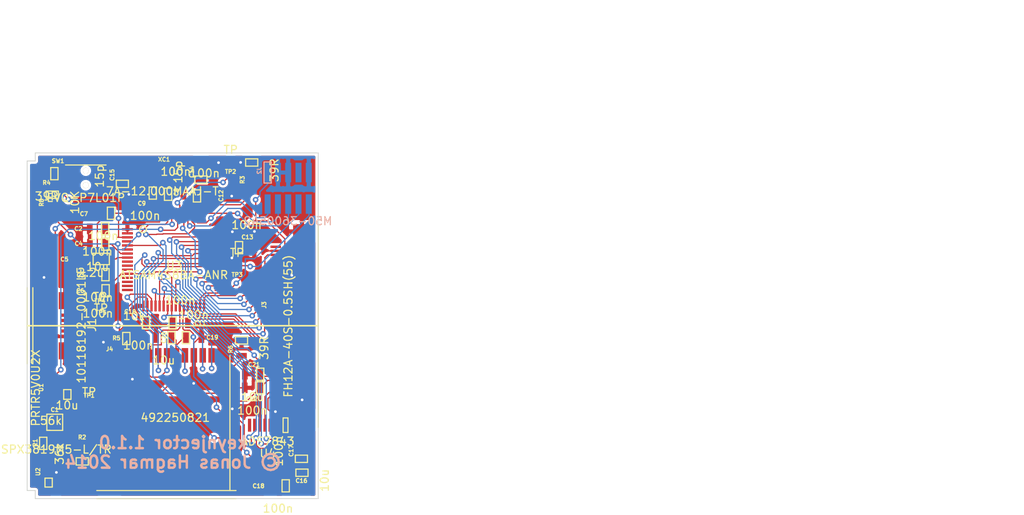
<source format=kicad_pcb>
(kicad_pcb (version 3) (host pcbnew "(2013-07-07 BZR 4022)-stable")
  (layers (15 F.Cu signal) (0 B.Cu signal) (18 B.Paste user) (19 F.Paste user) (20 B.SilkS user) (21 F.SilkS user) (22 B.Mask user) (23 F.Mask user) (28 Edge.Cuts user))
  (net 0 "")
  (net 1 /keynjector_debug/NRST)
  (net 2 /keynjector_debug/TCK)
  (net 3 /keynjector_debug/TDI)
  (net 4 /keynjector_debug/TDO)
  (net 5 /keynjector_debug/TMS)
  (net 6 /keynjector_lcd_touch/BUSY)
  (net 7 /keynjector_lcd_touch/DB10)
  (net 8 /keynjector_lcd_touch/DB11)
  (net 9 /keynjector_lcd_touch/DB12)
  (net 10 /keynjector_lcd_touch/DB13)
  (net 11 /keynjector_lcd_touch/DB14)
  (net 12 /keynjector_lcd_touch/DB15)
  (net 13 /keynjector_lcd_touch/DB8)
  (net 14 /keynjector_lcd_touch/DB9)
  (net 15 /keynjector_lcd_touch/MISO)
  (net 16 /keynjector_lcd_touch/MOSI)
  (net 17 /keynjector_lcd_touch/NPCS2)
  (net 18 /keynjector_lcd_touch/SPCK)
  (net 19 /keynjector_lcd_touch/TPDC)
  (net 20 /keynjector_lcd_touch/X_LEFT)
  (net 21 /keynjector_lcd_touch/X_RIGHT)
  (net 22 /keynjector_lcd_touch/Y_DOWN)
  (net 23 /keynjector_lcd_touch/Y_UP)
  (net 24 /keynjector_lcd_touch/~PENIRQ)
  (net 25 /keynjector_lcd_touch/~TPCS)
  (net 26 /keynjector_lcd_touch/~TPRD)
  (net 27 /keynjector_lcd_touch/~TPRES)
  (net 28 /keynjector_lcd_touch/~TPWR)
  (net 29 /keynjector_mcu/ERASE)
  (net 30 /keynjector_mcu/MCCD)
  (net 31 /keynjector_mcu/MCCDA)
  (net 32 /keynjector_mcu/MCCK)
  (net 33 /keynjector_mcu/MCDA0)
  (net 34 /keynjector_mcu/MCDA1)
  (net 35 /keynjector_mcu/MCDA2)
  (net 36 /keynjector_mcu/MCDA3)
  (net 37 /keynjector_mcu/UBTN)
  (net 38 /keynjector_mcu/USB_N)
  (net 39 /keynjector_mcu/USB_P)
  (net 40 /keynjector_mcu/XIN12)
  (net 41 /keynjector_mcu/XOUT12)
  (net 42 GND)
  (net 43 N-0000037)
  (net 44 N-0000051)
  (net 45 N-0000053)
  (net 46 N-0000076)
  (net 47 VCC_MCU_P1V2)
  (net 48 VCC_MCU_P3V3)
  (net 49 VCC_USB_P5V0)
  (module "FH12A-40S-0.5SH(55)" (layer F.Cu) (at 93.56 81.41 270)
    (fp_text reference J3 (at -2.61 4.29 270) (layer F.SilkS) (effects (font (size 0.5 0.5) (thickness 0.125))))
    (fp_text value "FH12A-40S-0.5SH(55)" (at 0 1.3 270) (layer F.SilkS))
    (pad 0 smd rect (at -11.7 -0.4 270) (size 1.8 2.2) (layers F.Cu F.Paste F.Mask) (net 42 GND))
    (pad 0 smd rect (at 11.6 -0.4 270) (size 1.8 2.2) (layers F.Cu F.Paste F.Mask) (net 42 GND))
    (pad 40 smd rect (at -9.8 2.85 270) (size 0.3 1.3) (layers F.Cu F.Paste F.Mask))
    (pad 39 smd rect (at -9.3 2.85 270) (size 0.3 1.3) (layers F.Cu F.Paste F.Mask) (net 42 GND))
    (pad 38 smd rect (at -8.8 2.85 270) (size 0.3 1.3) (layers F.Cu F.Paste F.Mask) (net 48 VCC_MCU_P3V3))
    (pad 37 smd rect (at -8.3 2.85 270) (size 0.3 1.3) (layers F.Cu F.Paste F.Mask) (net 42 GND))
    (pad 36 smd rect (at -7.8 2.85 270) (size 0.3 1.3) (layers F.Cu F.Paste F.Mask) (net 42 GND))
    (pad 35 smd rect (at -7.3 2.85 270) (size 0.3 1.3) (layers F.Cu F.Paste F.Mask) (net 42 GND))
    (pad 34 smd rect (at -6.8 2.85 270) (size 0.3 1.3) (layers F.Cu F.Paste F.Mask) (net 42 GND))
    (pad 33 smd rect (at -6.3 2.85 270) (size 0.3 1.3) (layers F.Cu F.Paste F.Mask) (net 42 GND))
    (pad 32 smd rect (at -5.8 2.85 270) (size 0.3 1.3) (layers F.Cu F.Paste F.Mask))
    (pad 31 smd rect (at -5.3 2.85 270) (size 0.3 1.3) (layers F.Cu F.Paste F.Mask) (net 48 VCC_MCU_P3V3))
    (pad 30 smd rect (at -4.8 2.85 270) (size 0.3 1.3) (layers F.Cu F.Paste F.Mask) (net 27 /keynjector_lcd_touch/~TPRES))
    (pad 29 smd rect (at -4.3 2.85 270) (size 0.3 1.3) (layers F.Cu F.Paste F.Mask) (net 12 /keynjector_lcd_touch/DB15))
    (pad 28 smd rect (at -3.8 2.85 270) (size 0.3 1.3) (layers F.Cu F.Paste F.Mask) (net 11 /keynjector_lcd_touch/DB14))
    (pad 27 smd rect (at -3.3 2.85 270) (size 0.3 1.3) (layers F.Cu F.Paste F.Mask) (net 10 /keynjector_lcd_touch/DB13))
    (pad 26 smd rect (at -2.8 2.85 270) (size 0.3 1.3) (layers F.Cu F.Paste F.Mask) (net 9 /keynjector_lcd_touch/DB12))
    (pad 25 smd rect (at -2.3 2.85 270) (size 0.3 1.3) (layers F.Cu F.Paste F.Mask) (net 8 /keynjector_lcd_touch/DB11))
    (pad 24 smd rect (at -1.8 2.85 270) (size 0.3 1.3) (layers F.Cu F.Paste F.Mask) (net 7 /keynjector_lcd_touch/DB10))
    (pad 23 smd rect (at -1.3 2.85 270) (size 0.3 1.3) (layers F.Cu F.Paste F.Mask) (net 14 /keynjector_lcd_touch/DB9))
    (pad 22 smd rect (at -0.8 2.85 270) (size 0.3 1.3) (layers F.Cu F.Paste F.Mask) (net 13 /keynjector_lcd_touch/DB8))
    (pad 21 smd rect (at -0.3 2.85 270) (size 0.3 1.3) (layers F.Cu F.Paste F.Mask))
    (pad 20 smd rect (at 0.2 2.85 270) (size 0.3 1.3) (layers F.Cu F.Paste F.Mask))
    (pad 19 smd rect (at 0.7 2.85 270) (size 0.3 1.3) (layers F.Cu F.Paste F.Mask))
    (pad 18 smd rect (at 1.2 2.85 270) (size 0.3 1.3) (layers F.Cu F.Paste F.Mask))
    (pad 17 smd rect (at 1.7 2.85 270) (size 0.3 1.3) (layers F.Cu F.Paste F.Mask))
    (pad 16 smd rect (at 2.2 2.85 270) (size 0.3 1.3) (layers F.Cu F.Paste F.Mask))
    (pad 15 smd rect (at 2.7 2.85 270) (size 0.3 1.3) (layers F.Cu F.Paste F.Mask))
    (pad 14 smd rect (at 3.2 2.85 270) (size 0.3 1.3) (layers F.Cu F.Paste F.Mask))
    (pad 13 smd rect (at 3.7 2.85 270) (size 0.3 1.3) (layers F.Cu F.Paste F.Mask) (net 26 /keynjector_lcd_touch/~TPRD))
    (pad 12 smd rect (at 4.2 2.85 270) (size 0.3 1.3) (layers F.Cu F.Paste F.Mask) (net 28 /keynjector_lcd_touch/~TPWR))
    (pad 11 smd rect (at 4.7 2.85 270) (size 0.3 1.3) (layers F.Cu F.Paste F.Mask) (net 19 /keynjector_lcd_touch/TPDC))
    (pad 10 smd rect (at 5.2 2.85 270) (size 0.3 1.3) (layers F.Cu F.Paste F.Mask) (net 25 /keynjector_lcd_touch/~TPCS))
    (pad 9 smd rect (at 5.7 2.85 270) (size 0.3 1.3) (layers F.Cu F.Paste F.Mask))
    (pad 8 smd rect (at 6.2 2.85 270) (size 0.3 1.3) (layers F.Cu F.Paste F.Mask) (net 48 VCC_MCU_P3V3))
    (pad 7 smd rect (at 6.7 2.85 270) (size 0.3 1.3) (layers F.Cu F.Paste F.Mask) (net 48 VCC_MCU_P3V3))
    (pad 6 smd rect (at 7.2 2.85 270) (size 0.3 1.3) (layers F.Cu F.Paste F.Mask))
    (pad 5 smd rect (at 7.7 2.85 270) (size 0.3 1.3) (layers F.Cu F.Paste F.Mask) (net 21 /keynjector_lcd_touch/X_RIGHT))
    (pad 4 smd rect (at 8.2 2.85 270) (size 0.3 1.3) (layers F.Cu F.Paste F.Mask) (net 23 /keynjector_lcd_touch/Y_UP))
    (pad 3 smd rect (at 8.7 2.85 270) (size 0.3 1.3) (layers F.Cu F.Paste F.Mask) (net 20 /keynjector_lcd_touch/X_LEFT))
    (pad 2 smd rect (at 9.2 2.85 270) (size 0.3 1.3) (layers F.Cu F.Paste F.Mask) (net 22 /keynjector_lcd_touch/Y_DOWN))
    (pad 1 smd rect (at 9.7 2.85 270) (size 0.3 1.3) (layers F.Cu F.Paste F.Mask) (net 42 GND))
  )
  (module 0805 (layer F.Cu) (at 73.73 80.99 180)
    (fp_text reference C10 (at 1 1.36 180) (layer F.SilkS) (effects (font (size 0.5 0.5) (thickness 0.125))))
    (fp_text value 100n (at 0 -2.8 180) (layer F.SilkS))
    (pad 1 smd rect (at -0.95 0 180) (size 0.7 1.3) (layers F.Cu F.Paste F.Mask) (net 48 VCC_MCU_P3V3))
    (pad 2 smd rect (at 0.95 0 180) (size 0.7 1.3) (layers F.Cu F.Paste F.Mask) (net 42 GND))
  )
  (module 0805 (layer F.Cu) (at 78.91 81.01)
    (fp_text reference C11 (at 2.47 0.03) (layer F.SilkS) (effects (font (size 0.5 0.5) (thickness 0.125))))
    (fp_text value 100n (at 0 -2.8) (layer F.SilkS))
    (pad 1 smd rect (at -0.95 0) (size 0.7 1.3) (layers F.Cu F.Paste F.Mask) (net 47 VCC_MCU_P1V2))
    (pad 2 smd rect (at 0.95 0) (size 0.7 1.3) (layers F.Cu F.Paste F.Mask) (net 42 GND))
  )
  (module 0805 (layer F.Cu) (at 87.12 71.71)
    (fp_text reference C13 (at 0.09 -1.3) (layer F.SilkS) (effects (font (size 0.5 0.5) (thickness 0.125))))
    (fp_text value 100n (at 0 -2.8) (layer F.SilkS))
    (pad 1 smd rect (at -0.95 0) (size 0.7 1.3) (layers F.Cu F.Paste F.Mask) (net 48 VCC_MCU_P3V3))
    (pad 2 smd rect (at 0.95 0) (size 0.7 1.3) (layers F.Cu F.Paste F.Mask) (net 42 GND))
  )
  (module 0805 (layer F.Cu) (at 69.41 67.46 180)
    (fp_text reference C7 (at 2.4 -0.08 180) (layer F.SilkS) (effects (font (size 0.5 0.5) (thickness 0.125))))
    (fp_text value 100n (at 0 -2.8 180) (layer F.SilkS))
    (pad 1 smd rect (at -0.95 0 180) (size 0.7 1.3) (layers F.Cu F.Paste F.Mask) (net 47 VCC_MCU_P1V2))
    (pad 2 smd rect (at 0.95 0 180) (size 0.7 1.3) (layers F.Cu F.Paste F.Mask) (net 42 GND))
  )
  (module 0805 (layer F.Cu) (at 62.41 62.57 180)
    (fp_text reference R4 (at 0.01 -1.12 180) (layer F.SilkS) (effects (font (size 0.5 0.5) (thickness 0.125))))
    (fp_text value 39R (at 0 -2.8 180) (layer F.SilkS))
    (pad 1 smd rect (at -0.95 0 180) (size 0.7 1.3) (layers F.Cu F.Paste F.Mask) (net 45 N-0000053))
    (pad 2 smd rect (at 0.95 0 180) (size 0.7 1.3) (layers F.Cu F.Paste F.Mask) (net 42 GND))
  )
  (module 0805 (layer F.Cu) (at 66.8 97.17 90)
    (fp_text reference R2 (at 2.03 -0.01 180) (layer F.SilkS) (effects (font (size 0.5 0.5) (thickness 0.125))))
    (fp_text value 36k (at 0 -2.8 90) (layer F.SilkS))
    (pad 1 smd rect (at -0.95 0 90) (size 0.7 1.3) (layers F.Cu F.Paste F.Mask) (net 43 N-0000037))
    (pad 2 smd rect (at 0.95 0 90) (size 0.7 1.3) (layers F.Cu F.Paste F.Mask) (net 42 GND))
  )
  (module 0805 (layer F.Cu) (at 81.93 65.32)
    (fp_text reference C12 (at 2.02 -0.02 90) (layer F.SilkS) (effects (font (size 0.5 0.5) (thickness 0.125))))
    (fp_text value 100n (at 0 -2.8) (layer F.SilkS))
    (pad 1 smd rect (at -0.95 0) (size 0.7 1.3) (layers F.Cu F.Paste F.Mask) (net 47 VCC_MCU_P1V2))
    (pad 2 smd rect (at 0.95 0) (size 0.7 1.3) (layers F.Cu F.Paste F.Mask) (net 42 GND))
  )
  (module 0805 (layer F.Cu) (at 62.93 95.89)
    (fp_text reference R1 (at -1.93 -0.07 90) (layer F.SilkS) (effects (font (size 0.5 0.5) (thickness 0.125))))
    (fp_text value 56k (at 0 -2.8) (layer F.SilkS))
    (pad 1 smd rect (at -0.95 0) (size 0.7 1.3) (layers F.Cu F.Paste F.Mask) (net 48 VCC_MCU_P3V3))
    (pad 2 smd rect (at 0.95 0) (size 0.7 1.3) (layers F.Cu F.Paste F.Mask) (net 43 N-0000037))
  )
  (module 0805 (layer F.Cu) (at 68.72 75.05 180)
    (fp_text reference C3 (at 2.12 -0.07 180) (layer F.SilkS) (effects (font (size 0.5 0.5) (thickness 0.125))))
    (fp_text value 100n (at 0 -2.8 180) (layer F.SilkS))
    (pad 1 smd rect (at -0.95 0 180) (size 0.7 1.3) (layers F.Cu F.Paste F.Mask) (net 47 VCC_MCU_P1V2))
    (pad 2 smd rect (at 0.95 0 180) (size 0.7 1.3) (layers F.Cu F.Paste F.Mask) (net 42 GND))
  )
  (module 0805 (layer F.Cu) (at 68.7 71.28 180)
    (fp_text reference C4 (at 2.33 0.07 180) (layer F.SilkS) (effects (font (size 0.5 0.5) (thickness 0.125))))
    (fp_text value 10u (at 0 -2.8 180) (layer F.SilkS))
    (pad 1 smd rect (at -0.95 0 180) (size 0.7 1.3) (layers F.Cu F.Paste F.Mask) (net 48 VCC_MCU_P3V3))
    (pad 2 smd rect (at 0.95 0 180) (size 0.7 1.3) (layers F.Cu F.Paste F.Mask) (net 42 GND))
  )
  (module 0805 (layer F.Cu) (at 87.74 62.14 270)
    (fp_text reference R3 (at 1.19 1.15 270) (layer F.SilkS) (effects (font (size 0.5 0.5) (thickness 0.125))))
    (fp_text value 39R (at 0 -2.8 270) (layer F.SilkS))
    (pad 1 smd rect (at -0.95 0 270) (size 0.7 1.3) (layers F.Cu F.Paste F.Mask) (net 42 GND))
    (pad 2 smd rect (at 0.95 0 270) (size 0.7 1.3) (layers F.Cu F.Paste F.Mask) (net 44 N-0000051))
  )
  (module 0805 (layer F.Cu) (at 68.74 77.04 180)
    (fp_text reference C6 (at 2.18 0.01 180) (layer F.SilkS) (effects (font (size 0.5 0.5) (thickness 0.125))))
    (fp_text value 100n (at 0 -2.8 180) (layer F.SilkS))
    (pad 1 smd rect (at -0.95 0 180) (size 0.7 1.3) (layers F.Cu F.Paste F.Mask) (net 47 VCC_MCU_P1V2))
    (pad 2 smd rect (at 0.95 0 180) (size 0.7 1.3) (layers F.Cu F.Paste F.Mask) (net 42 GND))
  )
  (module 0805 (layer F.Cu) (at 71.76 62.88 90)
    (fp_text reference C15 (at 0.15 -1.26 90) (layer F.SilkS) (effects (font (size 0.5 0.5) (thickness 0.125))))
    (fp_text value 15p (at 0 -2.8 90) (layer F.SilkS))
    (pad 1 smd rect (at -0.95 0 90) (size 0.7 1.3) (layers F.Cu F.Paste F.Mask) (net 40 /keynjector_mcu/XIN12))
    (pad 2 smd rect (at 0.95 0 90) (size 0.7 1.3) (layers F.Cu F.Paste F.Mask) (net 42 GND))
  )
  (module 0805 (layer F.Cu) (at 68.68 69.38 180)
    (fp_text reference C2 (at 2.35 0 180) (layer F.SilkS) (effects (font (size 0.5 0.5) (thickness 0.125))))
    (fp_text value 100n (at 0 -2.8 180) (layer F.SilkS))
    (pad 1 smd rect (at -0.95 0 180) (size 0.7 1.3) (layers F.Cu F.Paste F.Mask) (net 48 VCC_MCU_P3V3))
    (pad 2 smd rect (at 0.95 0 180) (size 0.7 1.3) (layers F.Cu F.Paste F.Mask) (net 42 GND))
  )
  (module 0805 (layer F.Cu) (at 74.57 64.97 180)
    (fp_text reference C9 (at 0.41 -1.28 180) (layer F.SilkS) (effects (font (size 0.5 0.5) (thickness 0.125))))
    (fp_text value 100n (at 0 -2.8 180) (layer F.SilkS))
    (pad 1 smd rect (at -0.95 0 180) (size 0.7 1.3) (layers F.Cu F.Paste F.Mask) (net 48 VCC_MCU_P3V3))
    (pad 2 smd rect (at 0.95 0 180) (size 0.7 1.3) (layers F.Cu F.Paste F.Mask) (net 42 GND))
  )
  (module 0805 (layer F.Cu) (at 93.88 96.85 90)
    (fp_text reference C17 (at 0.04 -1.26 90) (layer F.SilkS) (effects (font (size 0.5 0.5) (thickness 0.125))))
    (fp_text value 100n (at 0 -2.8 90) (layer F.SilkS))
    (pad 1 smd rect (at -0.95 0 90) (size 0.7 1.3) (layers F.Cu F.Paste F.Mask) (net 48 VCC_MCU_P3V3))
    (pad 2 smd rect (at 0.95 0 90) (size 0.7 1.3) (layers F.Cu F.Paste F.Mask) (net 42 GND))
  )
  (module 0805 (layer F.Cu) (at 93.95 100.47 270)
    (fp_text reference C16 (at 0.04 0.06 360) (layer F.SilkS) (effects (font (size 0.5 0.5) (thickness 0.125))))
    (fp_text value 10u (at 0 -2.8 270) (layer F.SilkS))
    (pad 1 smd rect (at -0.95 0 270) (size 0.7 1.3) (layers F.Cu F.Paste F.Mask) (net 48 VCC_MCU_P3V3))
    (pad 2 smd rect (at 0.95 0 270) (size 0.7 1.3) (layers F.Cu F.Paste F.Mask) (net 42 GND))
  )
  (module 0805 (layer F.Cu) (at 90.99 101.14 180)
    (fp_text reference C18 (at 2.41 -0.02 180) (layer F.SilkS) (effects (font (size 0.5 0.5) (thickness 0.125))))
    (fp_text value 100n (at 0 -2.8 180) (layer F.SilkS))
    (pad 1 smd rect (at -0.95 0 180) (size 0.7 1.3) (layers F.Cu F.Paste F.Mask) (net 48 VCC_MCU_P3V3))
    (pad 2 smd rect (at 0.95 0 180) (size 0.7 1.3) (layers F.Cu F.Paste F.Mask) (net 42 GND))
  )
  (module 0805 (layer F.Cu) (at 78.36 65.12)
    (fp_text reference C8 (at 0.06 -0.27 90) (layer F.SilkS) (effects (font (size 0.5 0.5) (thickness 0.125))))
    (fp_text value 100n (at 0 -2.8) (layer F.SilkS))
    (pad 1 smd rect (at -0.95 0) (size 0.7 1.3) (layers F.Cu F.Paste F.Mask) (net 48 VCC_MCU_P3V3))
    (pad 2 smd rect (at 0.95 0) (size 0.7 1.3) (layers F.Cu F.Paste F.Mask) (net 42 GND))
  )
  (module 0805 (layer F.Cu) (at 73.2 82.94)
    (fp_text reference R5 (at -2.17 -0.05) (layer F.SilkS) (effects (font (size 0.5 0.5) (thickness 0.125))))
    (fp_text value 10k (at 0 -2.8) (layer F.SilkS))
    (pad 1 smd rect (at -0.95 0) (size 0.7 1.3) (layers F.Cu F.Paste F.Mask) (net 48 VCC_MCU_P3V3))
    (pad 2 smd rect (at 0.95 0) (size 0.7 1.3) (layers F.Cu F.Paste F.Mask) (net 31 /keynjector_mcu/MCCDA))
  )
  (module 0805 (layer F.Cu) (at 80.57 82.83)
    (fp_text reference C19 (at 2.31 -0.03) (layer F.SilkS) (effects (font (size 0.5 0.5) (thickness 0.125))))
    (fp_text value 100n (at 0 -2.8) (layer F.SilkS))
    (pad 1 smd rect (at -0.95 0) (size 0.7 1.3) (layers F.Cu F.Paste F.Mask) (net 48 VCC_MCU_P3V3))
    (pad 2 smd rect (at 0.95 0) (size 0.7 1.3) (layers F.Cu F.Paste F.Mask) (net 42 GND))
  )
  (module 0805 (layer F.Cu) (at 76.87 82.83 180)
    (fp_text reference C20 (at -0.02 0.01 270) (layer F.SilkS) (effects (font (size 0.5 0.5) (thickness 0.125))))
    (fp_text value 10u (at 0 -2.8 180) (layer F.SilkS))
    (pad 1 smd rect (at -0.95 0 180) (size 0.7 1.3) (layers F.Cu F.Paste F.Mask) (net 48 VCC_MCU_P3V3))
    (pad 2 smd rect (at 0.95 0 180) (size 0.7 1.3) (layers F.Cu F.Paste F.Mask) (net 42 GND))
  )
  (module 0805 (layer F.Cu) (at 86.48 84.12 270)
    (fp_text reference R6 (at 0.14 1.35 270) (layer F.SilkS) (effects (font (size 0.5 0.5) (thickness 0.125))))
    (fp_text value 39R (at 0 -2.8 270) (layer F.SilkS))
    (pad 1 smd rect (at -0.95 0 270) (size 0.7 1.3) (layers F.Cu F.Paste F.Mask) (net 42 GND))
    (pad 2 smd rect (at 0.95 0 270) (size 0.7 1.3) (layers F.Cu F.Paste F.Mask) (net 46 N-0000076))
  )
  (module 0805 (layer F.Cu) (at 81.46 62.36 90)
    (fp_text reference C14 (at 0.01 -1.12 90) (layer F.SilkS) (effects (font (size 0.5 0.5) (thickness 0.125))))
    (fp_text value 15p (at 0 -2.8 90) (layer F.SilkS))
    (pad 1 smd rect (at -0.95 0 90) (size 0.7 1.3) (layers F.Cu F.Paste F.Mask) (net 41 /keynjector_mcu/XOUT12))
    (pad 2 smd rect (at 0.95 0 90) (size 0.7 1.3) (layers F.Cu F.Paste F.Mask) (net 42 GND))
  )
  (module 1206_2.2uF (layer F.Cu) (at 67.85 73.11 180)
    (fp_text reference C5 (at 3.24 -0.04 180) (layer F.SilkS) (effects (font (size 0.5 0.5) (thickness 0.125))))
    (fp_text value 2.2u (at 0 -1.7 180) (layer F.SilkS))
    (pad 1 smd rect (at -1.31 0 180) (size 1.8 1.23) (layers F.Cu F.Paste F.Mask) (net 47 VCC_MCU_P1V2))
    (pad 2 smd rect (at 1.31 0 180) (size 1.8 1.23) (layers F.Cu F.Paste F.Mask) (net 42 GND))
  )
  (module M50-3600542 (layer B.Cu) (at 92.21 67.23)
    (fp_text reference J2 (at -3.53 -5.03 270) (layer B.SilkS) (effects (font (size 0.5 0.5) (thickness 0.125)) (justify mirror)))
    (fp_text value M50-3600542 (at 0 1.2) (layer B.SilkS) (effects (justify mirror)))
    (pad 2 smd rect (at -2.5 -0.9) (size 0.74 2.4) (layers B.Cu B.Paste B.Mask) (net 5 /keynjector_debug/TMS))
    (pad 4 smd rect (at -1.23 -0.9) (size 0.74 2.4) (layers B.Cu B.Paste B.Mask) (net 2 /keynjector_debug/TCK))
    (pad 6 smd rect (at 0.04 -0.9) (size 0.74 2.4) (layers B.Cu B.Paste B.Mask) (net 4 /keynjector_debug/TDO))
    (pad 8 smd rect (at 1.31 -0.9) (size 0.74 2.4) (layers B.Cu B.Paste B.Mask) (net 3 /keynjector_debug/TDI))
    (pad 10 smd rect (at 2.58 -0.9) (size 0.74 2.4) (layers B.Cu B.Paste B.Mask) (net 1 /keynjector_debug/NRST))
    (pad 1 smd rect (at -2.5 -4.8) (size 0.74 2.4) (layers B.Cu B.Paste B.Mask) (net 48 VCC_MCU_P3V3))
    (pad 3 smd rect (at -1.23 -4.8) (size 0.74 2.4) (layers B.Cu B.Paste B.Mask) (net 42 GND))
    (pad 5 smd rect (at 0.04 -4.8) (size 0.74 2.4) (layers B.Cu B.Paste B.Mask) (net 42 GND))
    (pad 7 smd rect (at 1.31 -4.8) (size 0.74 2.4) (layers B.Cu B.Paste B.Mask))
    (pad 9 smd rect (at 2.58 -4.8) (size 0.74 2.4) (layers B.Cu B.Paste B.Mask) (net 42 GND))
  )
  (module LQFP64 (layer F.Cu) (at 78.11 73.19)
    (fp_text reference U3 (at 0.07 0.74) (layer F.SilkS))
    (fp_text value ATSAM4S8BA-ANR (at 0 1.9) (layer F.SilkS))
    (pad 1 smd rect (at -5.725 -3.75) (size 1.35 0.29) (layers F.Cu F.Paste F.Mask) (net 42 GND))
    (pad 2 smd rect (at -5.725 -3.25) (size 1.35 0.29) (layers F.Cu F.Paste F.Mask) (net 42 GND))
    (pad 3 smd rect (at -5.725 -2.75) (size 1.35 0.29) (layers F.Cu F.Paste F.Mask) (net 37 /keynjector_mcu/UBTN))
    (pad 4 smd rect (at -5.725 -2.25) (size 1.35 0.29) (layers F.Cu F.Paste F.Mask))
    (pad 5 smd rect (at -5.725 -1.75) (size 1.35 0.29) (layers F.Cu F.Paste F.Mask) (net 17 /keynjector_lcd_touch/NPCS2))
    (pad 6 smd rect (at -5.725 -1.25) (size 1.35 0.29) (layers F.Cu F.Paste F.Mask))
    (pad 7 smd rect (at -5.725 -0.75) (size 1.35 0.29) (layers F.Cu F.Paste F.Mask) (net 48 VCC_MCU_P3V3))
    (pad 8 smd rect (at -5.725 -0.25) (size 1.35 0.29) (layers F.Cu F.Paste F.Mask) (net 47 VCC_MCU_P1V2))
    (pad 9 smd rect (at -5.725 0.25) (size 1.35 0.29) (layers F.Cu F.Paste F.Mask))
    (pad 10 smd rect (at -5.725 0.75) (size 1.35 0.29) (layers F.Cu F.Paste F.Mask))
    (pad 11 smd rect (at -5.725 1.25) (size 1.35 0.29) (layers F.Cu F.Paste F.Mask))
    (pad 12 smd rect (at -5.725 1.75) (size 1.35 0.29) (layers F.Cu F.Paste F.Mask) (net 47 VCC_MCU_P1V2))
    (pad 13 smd rect (at -5.725 2.25) (size 1.35 0.29) (layers F.Cu F.Paste F.Mask))
    (pad 14 smd rect (at -5.725 2.75) (size 1.35 0.29) (layers F.Cu F.Paste F.Mask))
    (pad 15 smd rect (at -5.725 3.25) (size 1.35 0.29) (layers F.Cu F.Paste F.Mask))
    (pad 16 smd rect (at -5.725 3.75) (size 1.35 0.29) (layers F.Cu F.Paste F.Mask))
    (pad 17 smd rect (at -3.75 5.725) (size 0.29 1.35) (layers F.Cu F.Paste F.Mask) (net 42 GND))
    (pad 18 smd rect (at -3.25 5.725) (size 0.29 1.35) (layers F.Cu F.Paste F.Mask) (net 48 VCC_MCU_P3V3))
    (pad 19 smd rect (at -2.75 5.725) (size 0.29 1.35) (layers F.Cu F.Paste F.Mask) (net 30 /keynjector_mcu/MCCD))
    (pad 20 smd rect (at -2.25 5.725) (size 0.29 1.35) (layers F.Cu F.Paste F.Mask) (net 6 /keynjector_lcd_touch/BUSY))
    (pad 21 smd rect (at -1.75 5.725) (size 0.29 1.35) (layers F.Cu F.Paste F.Mask) (net 18 /keynjector_lcd_touch/SPCK))
    (pad 22 smd rect (at -1.25 5.725) (size 0.29 1.35) (layers F.Cu F.Paste F.Mask) (net 16 /keynjector_lcd_touch/MOSI))
    (pad 23 smd rect (at -0.75 5.725) (size 0.29 1.35) (layers F.Cu F.Paste F.Mask) (net 24 /keynjector_lcd_touch/~PENIRQ))
    (pad 24 smd rect (at -0.25 5.725) (size 0.29 1.35) (layers F.Cu F.Paste F.Mask) (net 47 VCC_MCU_P1V2))
    (pad 25 smd rect (at 0.25 5.725) (size 0.29 1.35) (layers F.Cu F.Paste F.Mask) (net 25 /keynjector_lcd_touch/~TPCS))
    (pad 26 smd rect (at 0.75 5.725) (size 0.29 1.35) (layers F.Cu F.Paste F.Mask) (net 35 /keynjector_mcu/MCDA2))
    (pad 27 smd rect (at 1.25 5.725) (size 0.29 1.35) (layers F.Cu F.Paste F.Mask) (net 15 /keynjector_lcd_touch/MISO))
    (pad 28 smd rect (at 1.75 5.725) (size 0.29 1.35) (layers F.Cu F.Paste F.Mask) (net 19 /keynjector_lcd_touch/TPDC))
    (pad 29 smd rect (at 2.25 5.725) (size 0.29 1.35) (layers F.Cu F.Paste F.Mask) (net 28 /keynjector_lcd_touch/~TPWR))
    (pad 30 smd rect (at 2.75 5.725) (size 0.29 1.35) (layers F.Cu F.Paste F.Mask) (net 26 /keynjector_lcd_touch/~TPRD))
    (pad 31 smd rect (at 3.25 5.725) (size 0.29 1.35) (layers F.Cu F.Paste F.Mask) (net 27 /keynjector_lcd_touch/~TPRES))
    (pad 32 smd rect (at 3.75 5.725) (size 0.29 1.35) (layers F.Cu F.Paste F.Mask) (net 12 /keynjector_lcd_touch/DB15))
    (pad 48 smd rect (at 5.725 -3.75) (size 1.35 0.29) (layers F.Cu F.Paste F.Mask) (net 13 /keynjector_lcd_touch/DB8))
    (pad 47 smd rect (at 5.725 -3.25) (size 1.35 0.29) (layers F.Cu F.Paste F.Mask) (net 14 /keynjector_lcd_touch/DB9))
    (pad 46 smd rect (at 5.725 -2.75) (size 1.35 0.29) (layers F.Cu F.Paste F.Mask) (net 42 GND))
    (pad 45 smd rect (at 5.725 -2.25) (size 1.35 0.29) (layers F.Cu F.Paste F.Mask) (net 48 VCC_MCU_P3V3))
    (pad 44 smd rect (at 5.725 -1.75) (size 1.35 0.29) (layers F.Cu F.Paste F.Mask) (net 7 /keynjector_lcd_touch/DB10))
    (pad 43 smd rect (at 5.725 -1.25) (size 1.35 0.29) (layers F.Cu F.Paste F.Mask) (net 8 /keynjector_lcd_touch/DB11))
    (pad 42 smd rect (at 5.725 -0.75) (size 1.35 0.29) (layers F.Cu F.Paste F.Mask) (net 33 /keynjector_mcu/MCDA0))
    (pad 41 smd rect (at 5.725 -0.25) (size 1.35 0.29) (layers F.Cu F.Paste F.Mask) (net 32 /keynjector_mcu/MCCK))
    (pad 40 smd rect (at 5.725 0.25) (size 1.35 0.29) (layers F.Cu F.Paste F.Mask) (net 42 GND))
    (pad 39 smd rect (at 5.725 0.75) (size 1.35 0.29) (layers F.Cu F.Paste F.Mask) (net 1 /keynjector_debug/NRST))
    (pad 38 smd rect (at 5.725 1.25) (size 1.35 0.29) (layers F.Cu F.Paste F.Mask) (net 31 /keynjector_mcu/MCCDA))
    (pad 37 smd rect (at 5.725 1.75) (size 1.35 0.29) (layers F.Cu F.Paste F.Mask) (net 36 /keynjector_mcu/MCDA3))
    (pad 36 smd rect (at 5.725 2.25) (size 1.35 0.29) (layers F.Cu F.Paste F.Mask) (net 9 /keynjector_lcd_touch/DB12))
    (pad 35 smd rect (at 5.725 2.75) (size 1.35 0.29) (layers F.Cu F.Paste F.Mask) (net 10 /keynjector_lcd_touch/DB13))
    (pad 34 smd rect (at 5.725 3.25) (size 1.35 0.29) (layers F.Cu F.Paste F.Mask) (net 11 /keynjector_lcd_touch/DB14))
    (pad 33 smd rect (at 5.725 3.75) (size 1.35 0.29) (layers F.Cu F.Paste F.Mask) (net 3 /keynjector_debug/TDI))
    (pad 64 smd rect (at -3.75 -5.725) (size 0.29 1.35) (layers F.Cu F.Paste F.Mask) (net 47 VCC_MCU_P1V2))
    (pad 63 smd rect (at -3.25 -5.725) (size 0.29 1.35) (layers F.Cu F.Paste F.Mask))
    (pad 62 smd rect (at -2.75 -5.725) (size 0.29 1.35) (layers F.Cu F.Paste F.Mask) (net 40 /keynjector_mcu/XIN12))
    (pad 61 smd rect (at -2.25 -5.725) (size 0.29 1.35) (layers F.Cu F.Paste F.Mask) (net 41 /keynjector_mcu/XOUT12))
    (pad 60 smd rect (at -1.75 -5.725) (size 0.29 1.35) (layers F.Cu F.Paste F.Mask) (net 42 GND))
    (pad 59 smd rect (at -1.25 -5.725) (size 0.29 1.35) (layers F.Cu F.Paste F.Mask))
    (pad 58 smd rect (at -0.75 -5.725) (size 0.29 1.35) (layers F.Cu F.Paste F.Mask) (net 48 VCC_MCU_P3V3))
    (pad 57 smd rect (at -0.25 -5.725) (size 0.29 1.35) (layers F.Cu F.Paste F.Mask) (net 39 /keynjector_mcu/USB_P))
    (pad 56 smd rect (at 0.25 -5.725) (size 0.29 1.35) (layers F.Cu F.Paste F.Mask) (net 38 /keynjector_mcu/USB_N))
    (pad 55 smd rect (at 0.75 -5.725) (size 0.29 1.35) (layers F.Cu F.Paste F.Mask) (net 29 /keynjector_mcu/ERASE))
    (pad 54 smd rect (at 1.25 -5.725) (size 0.29 1.35) (layers F.Cu F.Paste F.Mask) (net 47 VCC_MCU_P1V2))
    (pad 53 smd rect (at 1.75 -5.725) (size 0.29 1.35) (layers F.Cu F.Paste F.Mask) (net 2 /keynjector_debug/TCK))
    (pad 52 smd rect (at 2.25 -5.725) (size 0.29 1.35) (layers F.Cu F.Paste F.Mask) (net 34 /keynjector_mcu/MCDA1))
    (pad 51 smd rect (at 2.75 -5.725) (size 0.29 1.35) (layers F.Cu F.Paste F.Mask) (net 5 /keynjector_debug/TMS))
    (pad 50 smd rect (at 3.25 -5.725) (size 0.29 1.35) (layers F.Cu F.Paste F.Mask) (net 44 N-0000051))
    (pad 49 smd rect (at 3.75 -5.725) (size 0.29 1.35) (layers F.Cu F.Paste F.Mask) (net 4 /keynjector_debug/TDO))
  )
  (module SOT143B (layer F.Cu) (at 63.96 89.05 90)
    (fp_text reference U1 (at 0.05 -2.24 90) (layer F.SilkS) (effects (font (size 0.5 0.5) (thickness 0.125))))
    (fp_text value PRTR5V0U2X (at 0 -2.9 90) (layer F.SilkS))
    (pad 2 smd rect (at 0.9 1 90) (size 0.6 0.7) (layers F.Cu F.Paste F.Mask) (net 39 /keynjector_mcu/USB_P))
    (pad 3 smd rect (at 0.9 -1 90) (size 0.6 0.7) (layers F.Cu F.Paste F.Mask) (net 38 /keynjector_mcu/USB_N))
    (pad 4 smd rect (at -1 -1 90) (size 0.6 0.7) (layers F.Cu F.Paste F.Mask) (net 49 VCC_USB_P5V0))
    (pad 1 smd rect (at -0.8 1 90) (size 1 0.7) (layers F.Cu F.Paste F.Mask) (net 42 GND))
  )
  (module 1206_10uF (layer F.Cu) (at 64.93 93.29)
    (fp_text reference C1 (at -1.53 -1.55) (layer F.SilkS) (effects (font (size 0.5 0.5) (thickness 0.125))))
    (fp_text value 10u (at 0 -2.1) (layer F.SilkS))
    (pad 1 smd rect (at -1.525 0) (size 1.7 1.8) (layers F.Cu F.Paste F.Mask) (net 48 VCC_MCU_P3V3))
    (pad 2 smd rect (at 1.525 0) (size 1.7 1.8) (layers F.Cu F.Paste F.Mask) (net 42 GND))
  )
  (module SOT-23-5 (layer F.Cu) (at 63.6 99.44)
    (fp_text reference U2 (at -2.26 -0.04 90) (layer F.SilkS) (effects (font (size 0.5 0.5) (thickness 0.125))))
    (fp_text value SPX3819M5-L/TR (at 0 -2.8) (layer F.SilkS))
    (pad 1 smd rect (at -0.95 1.295) (size 0.69 0.95) (layers F.Cu F.Paste F.Mask) (net 49 VCC_USB_P5V0))
    (pad 2 smd rect (at 0 1.295) (size 0.69 0.95) (layers F.Cu F.Paste F.Mask) (net 42 GND))
    (pad 3 smd rect (at 0.95 1.295) (size 0.69 0.95) (layers F.Cu F.Paste F.Mask) (net 49 VCC_USB_P5V0))
    (pad 4 smd rect (at 0.95 -1.295) (size 0.69 0.95) (layers F.Cu F.Paste F.Mask) (net 43 N-0000037))
    (pad 5 smd rect (at -0.95 -1.295) (size 0.69 0.95) (layers F.Cu F.Paste F.Mask) (net 48 VCC_MCU_P3V3))
  )
  (module 0805 (layer F.Cu) (at 87.83 89.03 180)
    (fp_text reference C22 (at 0.06 -1.38 180) (layer F.SilkS) (effects (font (size 0.5 0.5) (thickness 0.125))))
    (fp_text value 100n (at 0 -2.8 180) (layer F.SilkS))
    (pad 1 smd rect (at -0.95 0 180) (size 0.7 1.3) (layers F.Cu F.Paste F.Mask) (net 48 VCC_MCU_P3V3))
    (pad 2 smd rect (at 0.95 0 180) (size 0.7 1.3) (layers F.Cu F.Paste F.Mask) (net 42 GND))
  )
  (module 0805 (layer F.Cu) (at 87.84 87.35 180)
    (fp_text reference C21 (at -0.18 1.19 180) (layer F.SilkS) (effects (font (size 0.5 0.5) (thickness 0.125))))
    (fp_text value 10u (at 0 -2.8 180) (layer F.SilkS))
    (pad 1 smd rect (at -0.95 0 180) (size 0.7 1.3) (layers F.Cu F.Paste F.Mask) (net 48 VCC_MCU_P3V3))
    (pad 2 smd rect (at 0.95 0 180) (size 0.7 1.3) (layers F.Cu F.Paste F.Mask) (net 42 GND))
  )
  (module EVQP7L01P (layer F.Cu) (at 67.24 65.55 180)
    (fp_text reference SW1 (at 3.43 4.55 180) (layer F.SilkS) (effects (font (size 0.5 0.5) (thickness 0.125))))
    (fp_text value EVQ-P7L01P (at 0 0 180) (layer F.SilkS))
    (pad 1 smd rect (at -1.8 1.725 180) (size 1.4 1.05) (layers F.Cu F.Paste F.Mask) (net 37 /keynjector_mcu/UBTN))
    (pad 1 smd rect (at 1.8 1.725 180) (size 1.4 1.05) (layers F.Cu F.Paste F.Mask) (net 37 /keynjector_mcu/UBTN))
    (pad 2 smd rect (at -1.8 3.175 180) (size 1.4 1.05) (layers F.Cu F.Paste F.Mask) (net 45 N-0000053))
    (pad 2 smd rect (at 1.8 3.175 180) (size 1.4 1.05) (layers F.Cu F.Paste F.Mask) (net 45 N-0000053))
    (pad "" thru_hole circle (at 0 1.55 180) (size 0.7 0.7) (drill 0.7) (layers *.Cu *.Mask F.SilkS))
    (pad "" thru_hole circle (at 0 3.35 180) (size 0.7 0.7) (drill 0.7) (layers *.Cu *.Mask F.SilkS))
  )
  (module TP (layer F.Cu) (at 69.12 80.81)
    (fp_text reference TP5 (at 0 -1.08) (layer F.SilkS) (effects (font (size 0.5 0.5) (thickness 0.125))))
    (fp_text value TP (at 0 -1.6) (layer F.SilkS))
    (pad 1 smd circle (at 0 0) (size 1 1) (layers F.Cu F.Paste F.Mask) (net 49 VCC_USB_P5V0))
  )
  (module TP (layer F.Cu) (at 67.65 91.15)
    (fp_text reference TP1 (at 0 -1.17) (layer F.SilkS) (effects (font (size 0.5 0.5) (thickness 0.125))))
    (fp_text value TP (at 0 -1.6) (layer F.SilkS))
    (pad 1 smd circle (at 0 0) (size 1 1) (layers F.Cu F.Paste F.Mask) (net 48 VCC_MCU_P3V3))
  )
  (module TP (layer F.Cu) (at 85.15 61.22)
    (fp_text reference TP2 (at -0.02 1.1) (layer F.SilkS) (effects (font (size 0.5 0.5) (thickness 0.125))))
    (fp_text value TP (at 0 -1.6) (layer F.SilkS))
    (pad 1 smd circle (at 0 0) (size 1 1) (layers F.Cu F.Paste F.Mask) (net 29 /keynjector_mcu/ERASE))
  )
  (module TP (layer F.Cu) (at 85.93 73.95)
    (fp_text reference TP3 (at 0.01 1.1) (layer F.SilkS) (effects (font (size 0.5 0.5) (thickness 0.125))))
    (fp_text value TP (at 0 -1.6) (layer F.SilkS))
    (pad 1 smd circle (at 0 0) (size 1 1) (layers F.Cu F.Paste F.Mask) (net 1 /keynjector_debug/NRST))
  )
  (module TP (layer F.Cu) (at 69 79.39)
    (fp_text reference TP4 (at -0.02 -1.08) (layer F.SilkS) (effects (font (size 0.5 0.5) (thickness 0.125))))
    (fp_text value TP (at 0 -1.6) (layer F.SilkS))
    (pad 1 smd circle (at 0 0) (size 1 1) (layers F.Cu F.Paste F.Mask) (net 47 VCC_MCU_P1V2))
  )
  (module 7A-12.000MAAJ-T (layer F.Cu) (at 76.9 62.44 180)
    (fp_text reference XC1 (at -0.01 1.63 180) (layer F.SilkS) (effects (font (size 0.5 0.5) (thickness 0.125))))
    (fp_text value 7A-12.000MAAJ-T (at 0.2 -2.3 180) (layer F.SilkS))
    (pad 1 smd rect (at -2 0 180) (size 2 2.4) (layers F.Cu F.Paste F.Mask) (net 41 /keynjector_mcu/XOUT12))
    (pad 2 smd rect (at 2 0 180) (size 2 2.4) (layers F.Cu F.Paste F.Mask) (net 40 /keynjector_mcu/XIN12))
  )
  (module 10118192 (layer F.Cu) (at 62.15 81.36 270)
    (fp_text reference J1 (at -0.1 -5.85 270) (layer F.SilkS))
    (fp_text value 10118192-0001LF (at -0.05 -4.55 270) (layer F.SilkS))
    (pad 0 smd rect (at -3.1 -2.55 270) (size 2.1 1.6) (layers F.Cu F.Paste F.Mask) (net 42 GND))
    (pad 0 smd rect (at 3.1 -2.55 270) (size 2.1 1.6) (layers F.Cu F.Paste F.Mask) (net 42 GND))
    (pad 1 smd rect (at -1.3 -3.175 270) (size 0.4 2.35) (layers F.Cu F.Paste F.Mask) (net 49 VCC_USB_P5V0))
    (pad 2 smd rect (at -0.65 -3.175 270) (size 0.4 2.35) (layers F.Cu F.Paste F.Mask) (net 38 /keynjector_mcu/USB_N))
    (pad 3 smd rect (at 0 -3.175 270) (size 0.4 2.35) (layers F.Cu F.Paste F.Mask) (net 39 /keynjector_mcu/USB_P))
    (pad 4 smd rect (at 0.65 -3.175 270) (size 0.4 2.35) (layers F.Cu F.Paste F.Mask))
    (pad 5 smd rect (at 1.3 -3.175 270) (size 0.4 2.35) (layers F.Cu F.Paste F.Mask) (net 42 GND))
    (pad 0 smd rect (at -3.8 0 270) (size 1.8 1.9) (layers F.Cu F.Paste F.Mask) (net 42 GND))
    (pad 0 smd rect (at 3.8 0 270) (size 1.8 1.9) (layers F.Cu F.Paste F.Mask) (net 42 GND))
    (pad 0 smd rect (at -1.2 0 270) (size 1.9 1.9) (layers F.Cu F.Paste F.Mask) (net 42 GND))
    (pad 0 smd rect (at 1.2 0 270) (size 1.9 1.9) (layers F.Cu F.Paste F.Mask) (net 42 GND))
  )
  (module 0805 (layer F.Cu) (at 63.1 66.12 270)
    (fp_text reference R8 (at 0.02 1.33 270) (layer F.SilkS) (effects (font (size 0.5 0.5) (thickness 0.125))))
    (fp_text value 10K (at 0 -2.8 270) (layer F.SilkS))
    (pad 1 smd rect (at -0.95 0 270) (size 0.7 1.3) (layers F.Cu F.Paste F.Mask) (net 37 /keynjector_mcu/UBTN))
    (pad 2 smd rect (at 0.95 0 270) (size 0.7 1.3) (layers F.Cu F.Paste F.Mask) (net 48 VCC_MCU_P3V3))
  )
  (module SSOP-16 (layer F.Cu) (at 89.72 96.55 180)
    (fp_text reference U4 (at 0 -0.6 180) (layer F.SilkS))
    (fp_text value ADS7843 (at 0 0.9 180) (layer F.SilkS))
    (pad 16 smd rect (at -2.2 -2.5 180) (size 0.4 1.6) (layers F.Cu F.Paste F.Mask) (net 18 /keynjector_lcd_touch/SPCK))
    (pad 15 smd rect (at -1.565 -2.5 180) (size 0.4 1.6) (layers F.Cu F.Paste F.Mask) (net 17 /keynjector_lcd_touch/NPCS2))
    (pad 14 smd rect (at -0.93 -2.5 180) (size 0.4 1.6) (layers F.Cu F.Paste F.Mask) (net 16 /keynjector_lcd_touch/MOSI))
    (pad 13 smd rect (at -0.295 -2.5 180) (size 0.4 1.6) (layers F.Cu F.Paste F.Mask) (net 6 /keynjector_lcd_touch/BUSY))
    (pad 12 smd rect (at 0.34 -2.5 180) (size 0.4 1.6) (layers F.Cu F.Paste F.Mask) (net 15 /keynjector_lcd_touch/MISO))
    (pad 11 smd rect (at 0.975 -2.5 180) (size 0.4 1.6) (layers F.Cu F.Paste F.Mask) (net 24 /keynjector_lcd_touch/~PENIRQ))
    (pad 10 smd rect (at 1.61 -2.5 180) (size 0.4 1.6) (layers F.Cu F.Paste F.Mask) (net 48 VCC_MCU_P3V3))
    (pad 9 smd rect (at 2.245 -2.5 180) (size 0.4 1.6) (layers F.Cu F.Paste F.Mask) (net 48 VCC_MCU_P3V3))
    (pad 1 smd rect (at -2.2 2.9 180) (size 0.4 1.6) (layers F.Cu F.Paste F.Mask) (net 48 VCC_MCU_P3V3))
    (pad 2 smd rect (at -1.565 2.9 180) (size 0.4 1.6) (layers F.Cu F.Paste F.Mask) (net 21 /keynjector_lcd_touch/X_RIGHT))
    (pad 3 smd rect (at -0.93 2.9 180) (size 0.4 1.6) (layers F.Cu F.Paste F.Mask) (net 22 /keynjector_lcd_touch/Y_DOWN))
    (pad 4 smd rect (at -0.295 2.9 180) (size 0.4 1.6) (layers F.Cu F.Paste F.Mask) (net 20 /keynjector_lcd_touch/X_LEFT))
    (pad 5 smd rect (at 0.34 2.9 180) (size 0.4 1.6) (layers F.Cu F.Paste F.Mask) (net 23 /keynjector_lcd_touch/Y_UP))
    (pad 6 smd rect (at 0.975 2.9 180) (size 0.4 1.6) (layers F.Cu F.Paste F.Mask) (net 42 GND))
    (pad 7 smd rect (at 1.61 2.9 180) (size 0.4 1.6) (layers F.Cu F.Paste F.Mask))
    (pad 8 smd rect (at 2.245 2.9 180) (size 0.4 1.6) (layers F.Cu F.Paste F.Mask))
  )
  (module 492250821 (layer F.Cu) (at 78.3 101.72)
    (fp_text reference J4 (at -8.12 -17.48) (layer F.SilkS) (effects (font (size 0.5 0.5) (thickness 0.125))))
    (fp_text value 492250821 (at 0 -9) (layer F.SilkS))
    (pad 0 smd rect (at 6.48 -1.8) (size 1.7 2.2) (layers F.Cu F.Paste F.Mask) (net 42 GND))
    (pad 9 smd rect (at 6.555 -6.4) (size 1.55 2.1) (layers F.Cu F.Paste F.Mask) (net 30 /keynjector_mcu/MCCD))
    (pad 10 smd rect (at 6.555 -14.1) (size 1.55 2.8) (layers F.Cu F.Paste F.Mask) (net 46 N-0000076))
    (pad 1 smd rect (at -3.21 -16.7) (size 0.8 1.8) (layers F.Cu F.Paste F.Mask) (net 35 /keynjector_mcu/MCDA2))
    (pad 2 smd rect (at -2.11 -16.7) (size 0.8 1.8) (layers F.Cu F.Paste F.Mask) (net 36 /keynjector_mcu/MCDA3))
    (pad 3 smd rect (at -1.01 -16.7) (size 0.8 1.8) (layers F.Cu F.Paste F.Mask) (net 31 /keynjector_mcu/MCCDA))
    (pad 4 smd rect (at 0.09 -16.7) (size 0.8 1.8) (layers F.Cu F.Paste F.Mask) (net 48 VCC_MCU_P3V3))
    (pad 5 smd rect (at 1.19 -16.7) (size 0.8 1.8) (layers F.Cu F.Paste F.Mask) (net 32 /keynjector_mcu/MCCK))
    (pad 6 smd rect (at 2.29 -16.7) (size 0.8 1.8) (layers F.Cu F.Paste F.Mask) (net 42 GND))
    (pad 7 smd rect (at 3.39 -16.7) (size 0.8 1.8) (layers F.Cu F.Paste F.Mask) (net 33 /keynjector_mcu/MCDA0))
    (pad 8 smd rect (at 4.49 -16.7) (size 0.8 1.8) (layers F.Cu F.Paste F.Mask) (net 34 /keynjector_mcu/MCDA1))
    (pad 0 smd rect (at -5.31 -16.125) (size 1.6 1.55) (layers F.Cu F.Paste F.Mask) (net 42 GND))
    (pad 0 smd rect (at -8.82 -15) (size 1.7 3.4) (layers F.Cu F.Paste F.Mask) (net 42 GND))
    (pad 0 smd rect (at -8.82 -5.45) (size 1.7 3.6) (layers F.Cu F.Paste F.Mask) (net 42 GND))
    (pad 0 smd rect (at -8.12 -0.8) (size 1.7 2.2) (layers F.Cu F.Paste F.Mask) (net 42 GND))
  )
  (gr_line (start 61 60) (end 95.96 60) (angle 90) (layer Edge.Cuts) (width 0.1))
  (gr_line (start 60 101.72) (end 60 61) (angle 90) (layer Edge.Cuts) (width 0.1))
  (gr_line (start 61 102.72) (end 95.96 102.72) (angle 90) (layer Edge.Cuts) (width 0.1))
  (gr_line (start 61 61) (end 60 61) (angle 90) (layer Edge.Cuts) (width 0.1))
  (gr_line (start 61 60) (end 61 61) (angle 90) (layer Edge.Cuts) (width 0.1))
  (gr_line (start 61 101.72) (end 60 101.72) (angle 90) (layer Edge.Cuts) (width 0.1))
  (gr_line (start 61 102.72) (end 61 101.72) (angle 90) (layer Edge.Cuts) (width 0.1))
  (gr_text "keynjector 1.1.0\n© Jonas Hagmar 2014" (at 78.01 97.01) (layer B.SilkS) (effects (font (size 1.5 1.5) (thickness 0.3)) (justify mirror)))
  (gr_line (start 95.96 81.36) (end 95.96 81.37) (angle 90) (layer F.SilkS) (width 0.2))
  (gr_line (start 60 81.36) (end 95.96 81.36) (angle 90) (layer F.SilkS) (width 0.2))
  (gr_line (start 95.96 60) (end 95.96 102.72) (angle 90) (layer Edge.Cuts) (width 0.1))
  (segment (start 87.55 74.04) (end 88.54 74.04) (width 0.1524) (layer B.Cu) (net 1))
  (segment (start 83.835 73.94) (end 85.98 73.94) (width 0.1524) (layer F.Cu) (net 1))
  (segment (start 85.98 73.94) (end 87.45 73.94) (width 0.1524) (layer F.Cu) (net 1))
  (via (at 87.55 74.04) (size 0.6858) (layers F.Cu B.Cu) (net 1))
  (segment (start 87.45 73.94) (end 87.55 74.04) (width 0.1524) (layer F.Cu) (net 1))
  (segment (start 94.82 67.76) (end 94.82 65.78) (width 0.1524) (layer B.Cu) (net 1))
  (segment (start 88.54 74.04) (end 94.82 67.76) (width 0.1524) (layer B.Cu) (net 1))
  (segment (start 80.08 69.03) (end 82.61 69.03) (width 0.1524) (layer B.Cu) (net 2))
  (segment (start 79.86 68.81) (end 80.08 69.03) (width 0.1524) (layer F.Cu) (net 2))
  (via (at 80.08 69.03) (size 0.6858) (layers F.Cu B.Cu) (net 2))
  (segment (start 79.86 67.465) (end 79.86 68.81) (width 0.1524) (layer F.Cu) (net 2))
  (segment (start 91.01 67.91) (end 91.01 65.78) (width 0.1524) (layer B.Cu) (net 2))
  (segment (start 90.4 68.52) (end 91.01 67.91) (width 0.1524) (layer B.Cu) (net 2))
  (segment (start 87.99 68.52) (end 90.4 68.52) (width 0.1524) (layer B.Cu) (net 2))
  (segment (start 86.34 66.87) (end 87.99 68.52) (width 0.1524) (layer B.Cu) (net 2))
  (segment (start 84.77 66.87) (end 86.34 66.87) (width 0.1524) (layer B.Cu) (net 2))
  (segment (start 82.61 69.03) (end 84.77 66.87) (width 0.1524) (layer B.Cu) (net 2))
  (segment (start 86.95 73.09) (end 88.08 73.09) (width 0.1524) (layer B.Cu) (net 3))
  (segment (start 85.01 76.94) (end 85.84 76.11) (width 0.1524) (layer F.Cu) (net 3))
  (via (at 85.84 76.11) (size 0.6858) (layers F.Cu B.Cu) (net 3))
  (segment (start 85.84 76.11) (end 86.95 75) (width 0.1524) (layer B.Cu) (net 3))
  (segment (start 86.95 75) (end 86.95 73.09) (width 0.1524) (layer B.Cu) (net 3))
  (segment (start 83.835 76.94) (end 85.01 76.94) (width 0.1524) (layer F.Cu) (net 3))
  (segment (start 93.55 67.62) (end 93.55 65.78) (width 0.1524) (layer B.Cu) (net 3))
  (segment (start 88.08 73.09) (end 93.55 67.62) (width 0.1524) (layer B.Cu) (net 3))
  (segment (start 81.86 67.465) (end 85.975 67.465) (width 0.1524) (layer F.Cu) (net 4))
  (segment (start 92.28 67.97) (end 92.28 65.78) (width 0.1524) (layer B.Cu) (net 4))
  (segment (start 91.23 69.02) (end 92.28 67.97) (width 0.1524) (layer B.Cu) (net 4))
  (segment (start 87.53 69.02) (end 91.23 69.02) (width 0.1524) (layer B.Cu) (net 4))
  (segment (start 86 67.49) (end 87.53 69.02) (width 0.1524) (layer B.Cu) (net 4))
  (via (at 86 67.49) (size 0.6858) (layers F.Cu B.Cu) (net 4))
  (segment (start 85.975 67.465) (end 86 67.49) (width 0.1524) (layer F.Cu) (net 4))
  (segment (start 81.86 67.465) (end 81.86 66.99) (width 0.1524) (layer F.Cu) (net 4))
  (segment (start 80.86 67.465) (end 80.86 68.45) (width 0.1524) (layer F.Cu) (net 5))
  (segment (start 89.74 67.61) (end 89.74 65.78) (width 0.1524) (layer B.Cu) (net 5))
  (segment (start 89.34 68.01) (end 89.74 67.61) (width 0.1524) (layer B.Cu) (net 5))
  (segment (start 88.36 68.01) (end 89.34 68.01) (width 0.1524) (layer B.Cu) (net 5))
  (segment (start 86.45 66.1) (end 88.36 68.01) (width 0.1524) (layer B.Cu) (net 5))
  (segment (start 84.68 66.1) (end 86.45 66.1) (width 0.1524) (layer B.Cu) (net 5))
  (segment (start 82.71 68.07) (end 84.68 66.1) (width 0.1524) (layer B.Cu) (net 5))
  (via (at 82.71 68.07) (size 0.6858) (layers F.Cu B.Cu) (net 5))
  (segment (start 82.13 68.65) (end 82.71 68.07) (width 0.1524) (layer F.Cu) (net 5))
  (segment (start 81.06 68.65) (end 82.13 68.65) (width 0.1524) (layer F.Cu) (net 5))
  (segment (start 80.86 68.45) (end 81.06 68.65) (width 0.1524) (layer F.Cu) (net 5))
  (segment (start 80.86 67.465) (end 80.86 66.798944) (width 0.1524) (layer F.Cu) (net 5))
  (segment (start 75.86 78.915) (end 75.86 77.19) (width 0.1524) (layer F.Cu) (net 6))
  (segment (start 90.015 97.080198) (end 90.015 99.05) (width 0.1524) (layer F.Cu) (net 6))
  (segment (start 89.764802 96.83) (end 90.015 97.080198) (width 0.1524) (layer F.Cu) (net 6))
  (segment (start 88.56 96.83) (end 89.764802 96.83) (width 0.1524) (layer F.Cu) (net 6))
  (segment (start 87.71 95.98) (end 88.56 96.83) (width 0.1524) (layer F.Cu) (net 6))
  (segment (start 87.71 95.43) (end 87.71 95.98) (width 0.1524) (layer F.Cu) (net 6))
  (segment (start 87.41 95.13) (end 87.71 95.43) (width 0.1524) (layer F.Cu) (net 6))
  (via (at 87.41 95.13) (size 0.6858) (layers F.Cu B.Cu) (net 6))
  (segment (start 88.31 94.23) (end 87.41 95.13) (width 0.1524) (layer B.Cu) (net 6))
  (segment (start 88.31 88.102112) (end 88.31 94.23) (width 0.1524) (layer B.Cu) (net 6))
  (segment (start 77.657888 77.45) (end 88.31 88.102112) (width 0.1524) (layer B.Cu) (net 6))
  (segment (start 76.12 77.45) (end 77.657888 77.45) (width 0.1524) (layer B.Cu) (net 6))
  (segment (start 75.71 77.04) (end 76.12 77.45) (width 0.1524) (layer B.Cu) (net 6))
  (via (at 75.71 77.04) (size 0.6858) (layers F.Cu B.Cu) (net 6))
  (segment (start 75.86 77.19) (end 75.71 77.04) (width 0.1524) (layer F.Cu) (net 6))
  (segment (start 83.835 71.44) (end 79.28 71.44) (width 0.1524) (layer F.Cu) (net 7))
  (segment (start 89.51 79.61) (end 90.71 79.61) (width 0.1524) (layer F.Cu) (net 7))
  (segment (start 88.23 80.89) (end 89.51 79.61) (width 0.1524) (layer F.Cu) (net 7))
  (via (at 88.23 80.89) (size 0.6858) (layers F.Cu B.Cu) (net 7))
  (segment (start 84.33 80.89) (end 88.23 80.89) (width 0.1524) (layer B.Cu) (net 7))
  (segment (start 79.88 76.44) (end 84.33 80.89) (width 0.1524) (layer B.Cu) (net 7))
  (segment (start 79.88 73.44) (end 79.88 76.44) (width 0.1524) (layer B.Cu) (net 7))
  (segment (start 79.24 72.8) (end 79.88 73.44) (width 0.1524) (layer B.Cu) (net 7))
  (segment (start 79.24 71.82) (end 79.24 72.8) (width 0.1524) (layer B.Cu) (net 7))
  (segment (start 79.07 71.65) (end 79.24 71.82) (width 0.1524) (layer B.Cu) (net 7))
  (via (at 79.07 71.65) (size 0.6858) (layers F.Cu B.Cu) (net 7))
  (segment (start 79.28 71.44) (end 79.07 71.65) (width 0.1524) (layer F.Cu) (net 7))
  (segment (start 83.835 71.94) (end 80.02 71.94) (width 0.1524) (layer F.Cu) (net 8))
  (segment (start 88.82 79.11) (end 90.71 79.11) (width 0.1524) (layer F.Cu) (net 8))
  (segment (start 87.81 80.12) (end 88.82 79.11) (width 0.1524) (layer F.Cu) (net 8))
  (via (at 87.81 80.12) (size 0.6858) (layers F.Cu B.Cu) (net 8))
  (segment (start 84.04 80.12) (end 87.81 80.12) (width 0.1524) (layer B.Cu) (net 8))
  (segment (start 80.23 76.31) (end 84.04 80.12) (width 0.1524) (layer B.Cu) (net 8))
  (segment (start 80.23 72.47) (end 80.23 76.31) (width 0.1524) (layer B.Cu) (net 8))
  (segment (start 79.86 72.1) (end 80.23 72.47) (width 0.1524) (layer B.Cu) (net 8))
  (via (at 79.86 72.1) (size 0.6858) (layers F.Cu B.Cu) (net 8))
  (segment (start 80.02 71.94) (end 79.86 72.1) (width 0.1524) (layer F.Cu) (net 8))
  (segment (start 83.835 75.44) (end 81.01 75.44) (width 0.1524) (layer F.Cu) (net 9))
  (segment (start 88.15 78.61) (end 90.71 78.61) (width 0.1524) (layer F.Cu) (net 9))
  (segment (start 87.41 79.35) (end 88.15 78.61) (width 0.1524) (layer F.Cu) (net 9))
  (via (at 87.41 79.35) (size 0.6858) (layers F.Cu B.Cu) (net 9))
  (segment (start 83.75 79.35) (end 87.41 79.35) (width 0.1524) (layer B.Cu) (net 9))
  (segment (start 80.96 76.56) (end 83.75 79.35) (width 0.1524) (layer B.Cu) (net 9))
  (segment (start 80.96 75.73) (end 80.96 76.56) (width 0.1524) (layer B.Cu) (net 9))
  (segment (start 80.84 75.61) (end 80.96 75.73) (width 0.1524) (layer B.Cu) (net 9))
  (via (at 80.84 75.61) (size 0.6858) (layers F.Cu B.Cu) (net 9))
  (segment (start 81.01 75.44) (end 80.84 75.61) (width 0.1524) (layer F.Cu) (net 9))
  (segment (start 83.835 75.94) (end 81.83 75.94) (width 0.1524) (layer F.Cu) (net 10))
  (segment (start 87.38 78.11) (end 90.71 78.11) (width 0.1524) (layer F.Cu) (net 10))
  (segment (start 86.78 78.71) (end 87.38 78.11) (width 0.1524) (layer F.Cu) (net 10))
  (via (at 86.78 78.71) (size 0.6858) (layers F.Cu B.Cu) (net 10))
  (segment (start 86.69 78.62) (end 86.78 78.71) (width 0.1524) (layer B.Cu) (net 10))
  (segment (start 83.53 78.62) (end 86.69 78.62) (width 0.1524) (layer B.Cu) (net 10))
  (segment (start 81.77 76.86) (end 83.53 78.62) (width 0.1524) (layer B.Cu) (net 10))
  (segment (start 81.77 76.32) (end 81.77 76.86) (width 0.1524) (layer B.Cu) (net 10))
  (segment (start 81.61 76.16) (end 81.77 76.32) (width 0.1524) (layer B.Cu) (net 10))
  (via (at 81.61 76.16) (size 0.6858) (layers F.Cu B.Cu) (net 10))
  (segment (start 81.83 75.94) (end 81.61 76.16) (width 0.1524) (layer F.Cu) (net 10))
  (segment (start 83.835 76.44) (end 82.6 76.44) (width 0.1524) (layer F.Cu) (net 11))
  (segment (start 86.69 77.61) (end 90.71 77.61) (width 0.1524) (layer F.Cu) (net 11))
  (segment (start 86.32 77.98) (end 86.69 77.61) (width 0.1524) (layer F.Cu) (net 11))
  (via (at 86.32 77.98) (size 0.6858) (layers F.Cu B.Cu) (net 11))
  (segment (start 83.72 77.98) (end 86.32 77.98) (width 0.1524) (layer B.Cu) (net 11))
  (segment (start 82.39 76.65) (end 83.72 77.98) (width 0.1524) (layer B.Cu) (net 11))
  (via (at 82.39 76.65) (size 0.6858) (layers F.Cu B.Cu) (net 11))
  (segment (start 82.6 76.44) (end 82.39 76.65) (width 0.1524) (layer F.Cu) (net 11))
  (segment (start 81.86 78.915) (end 81.86 77.94) (width 0.1524) (layer F.Cu) (net 12))
  (segment (start 86.224802 77.11) (end 90.71 77.11) (width 0.1524) (layer F.Cu) (net 12))
  (segment (start 85.694802 77.64) (end 86.224802 77.11) (width 0.1524) (layer F.Cu) (net 12))
  (segment (start 82.16 77.64) (end 85.694802 77.64) (width 0.1524) (layer F.Cu) (net 12))
  (segment (start 81.86 77.94) (end 82.16 77.64) (width 0.1524) (layer F.Cu) (net 12))
  (segment (start 81.86 78.915) (end 81.86 78.98) (width 0.1524) (layer F.Cu) (net 12))
  (segment (start 83.835 69.44) (end 82.7 69.44) (width 0.1524) (layer F.Cu) (net 13))
  (segment (start 89.57 80.61) (end 90.71 80.61) (width 0.1524) (layer F.Cu) (net 13))
  (segment (start 89.33 80.85) (end 89.57 80.61) (width 0.1524) (layer F.Cu) (net 13))
  (segment (start 89.33 82.17) (end 89.33 80.85) (width 0.1524) (layer F.Cu) (net 13))
  (segment (start 89.14 82.36) (end 89.33 82.17) (width 0.1524) (layer F.Cu) (net 13))
  (via (at 89.14 82.36) (size 0.6858) (layers F.Cu B.Cu) (net 13))
  (segment (start 84.85 82.36) (end 89.14 82.36) (width 0.1524) (layer B.Cu) (net 13))
  (segment (start 79.23 76.74) (end 84.85 82.36) (width 0.1524) (layer B.Cu) (net 13))
  (segment (start 79.23 73.784802) (end 79.23 76.74) (width 0.1524) (layer B.Cu) (net 13))
  (segment (start 77.85 72.404802) (end 79.23 73.784802) (width 0.1524) (layer B.Cu) (net 13))
  (segment (start 77.85 71.01) (end 77.85 72.404802) (width 0.1524) (layer B.Cu) (net 13))
  (segment (start 77.61 70.77) (end 77.85 71.01) (width 0.1524) (layer B.Cu) (net 13))
  (via (at 77.61 70.77) (size 0.6858) (layers F.Cu B.Cu) (net 13))
  (segment (start 77.99 70.39) (end 77.61 70.77) (width 0.1524) (layer F.Cu) (net 13))
  (segment (start 81.75 70.39) (end 77.99 70.39) (width 0.1524) (layer F.Cu) (net 13))
  (segment (start 82.7 69.44) (end 81.75 70.39) (width 0.1524) (layer F.Cu) (net 13))
  (segment (start 89.5 80.11) (end 90.71 80.11) (width 0.1524) (layer F.Cu) (net 14))
  (segment (start 88.91 80.7) (end 89.5 80.11) (width 0.1524) (layer F.Cu) (net 14))
  (segment (start 88.91 81.38) (end 88.91 80.7) (width 0.1524) (layer F.Cu) (net 14))
  (segment (start 88.67 81.62) (end 88.91 81.38) (width 0.1524) (layer F.Cu) (net 14))
  (via (at 88.67 81.62) (size 0.6858) (layers F.Cu B.Cu) (net 14))
  (segment (start 84.59 81.62) (end 88.67 81.62) (width 0.1524) (layer B.Cu) (net 14))
  (segment (start 79.56 76.59) (end 84.59 81.62) (width 0.1524) (layer B.Cu) (net 14))
  (segment (start 79.56 73.594802) (end 79.56 76.59) (width 0.1524) (layer B.Cu) (net 14))
  (segment (start 78.46 72.494802) (end 79.56 73.594802) (width 0.1524) (layer B.Cu) (net 14))
  (segment (start 78.46 71.02) (end 78.46 72.494802) (width 0.1524) (layer B.Cu) (net 14))
  (segment (start 78.44 71) (end 78.46 71.02) (width 0.1524) (layer B.Cu) (net 14))
  (via (at 78.44 71) (size 0.6858) (layers F.Cu B.Cu) (net 14))
  (segment (start 78.47 70.97) (end 78.44 71) (width 0.1524) (layer F.Cu) (net 14))
  (segment (start 81.7 70.97) (end 78.47 70.97) (width 0.1524) (layer F.Cu) (net 14))
  (segment (start 82.73 69.94) (end 81.7 70.97) (width 0.1524) (layer F.Cu) (net 14))
  (segment (start 83.835 69.94) (end 82.73 69.94) (width 0.1524) (layer F.Cu) (net 14))
  (via (at 83.39 91.43) (size 0.6858) (layers F.Cu B.Cu) (net 15))
  (segment (start 80.09 81.91) (end 80.53 82.35) (width 0.1524) (layer F.Cu) (net 15))
  (segment (start 80.53 82.35) (end 80.53 82.75) (width 0.1524) (layer F.Cu) (net 15))
  (via (at 80.53 82.75) (size 0.6858) (layers F.Cu B.Cu) (net 15))
  (segment (start 80.53 82.75) (end 80.58 82.8) (width 0.1524) (layer B.Cu) (net 15))
  (segment (start 80.58 82.8) (end 80.58 87.64) (width 0.1524) (layer B.Cu) (net 15))
  (segment (start 80.58 87.64) (end 83.39 90.45) (width 0.1524) (layer B.Cu) (net 15))
  (segment (start 83.39 90.45) (end 83.39 91.43) (width 0.1524) (layer B.Cu) (net 15))
  (segment (start 79.88 81.91) (end 80.09 81.91) (width 0.1524) (layer F.Cu) (net 15))
  (segment (start 89.38 97.295198) (end 89.38 99.05) (width 0.1524) (layer F.Cu) (net 15))
  (segment (start 89.224802 97.14) (end 89.38 97.295198) (width 0.1524) (layer F.Cu) (net 15))
  (segment (start 88.39 97.14) (end 89.224802 97.14) (width 0.1524) (layer F.Cu) (net 15))
  (segment (start 87.405198 96.155198) (end 88.39 97.14) (width 0.1524) (layer F.Cu) (net 15))
  (segment (start 87.405198 95.975198) (end 87.405198 96.155198) (width 0.1524) (layer F.Cu) (net 15))
  (segment (start 86.82 95.39) (end 87.405198 95.975198) (width 0.1524) (layer F.Cu) (net 15))
  (segment (start 86.82 93.61) (end 86.82 95.39) (width 0.1524) (layer F.Cu) (net 15))
  (segment (start 85.61 92.4) (end 86.82 93.61) (width 0.1524) (layer F.Cu) (net 15))
  (segment (start 84.36 92.4) (end 85.61 92.4) (width 0.1524) (layer F.Cu) (net 15))
  (segment (start 83.39 91.43) (end 84.36 92.4) (width 0.1524) (layer F.Cu) (net 15))
  (segment (start 79.41 81.91) (end 79.88 81.91) (width 0.1524) (layer F.Cu) (net 15))
  (segment (start 79.88 81.91) (end 79.87 81.91) (width 0.1524) (layer F.Cu) (net 15))
  (segment (start 79.87 81.91) (end 79.87 81.91) (width 0.1524) (layer F.Cu) (net 15))
  (segment (start 79.36 78.915) (end 79.36 79.96) (width 0.1524) (layer F.Cu) (net 15))
  (segment (start 79.24 81.74) (end 79.41 81.91) (width 0.1524) (layer F.Cu) (net 15))
  (segment (start 79.24 80.08) (end 79.24 81.74) (width 0.1524) (layer F.Cu) (net 15))
  (segment (start 79.36 79.96) (end 79.24 80.08) (width 0.1524) (layer F.Cu) (net 15))
  (segment (start 76.86 78.915) (end 76.86 77.88) (width 0.1524) (layer F.Cu) (net 16))
  (segment (start 90.65 96.84) (end 90.65 99.05) (width 0.1524) (layer F.Cu) (net 16))
  (segment (start 90.32 96.51) (end 90.65 96.84) (width 0.1524) (layer F.Cu) (net 16))
  (segment (start 88.7 96.51) (end 90.32 96.51) (width 0.1524) (layer F.Cu) (net 16))
  (segment (start 88.32 96.13) (end 88.7 96.51) (width 0.1524) (layer F.Cu) (net 16))
  (segment (start 88.32 95.28) (end 88.32 96.13) (width 0.1524) (layer F.Cu) (net 16))
  (segment (start 88.26 95.22) (end 88.32 95.28) (width 0.1524) (layer F.Cu) (net 16))
  (via (at 88.26 95.22) (size 0.6858) (layers F.Cu B.Cu) (net 16))
  (segment (start 88.62 94.86) (end 88.26 95.22) (width 0.1524) (layer B.Cu) (net 16))
  (segment (start 88.62 87.981056) (end 88.62 94.86) (width 0.1524) (layer B.Cu) (net 16))
  (segment (start 77.718944 77.08) (end 88.62 87.981056) (width 0.1524) (layer B.Cu) (net 16))
  (segment (start 77.27 77.08) (end 77.718944 77.08) (width 0.1524) (layer B.Cu) (net 16))
  (segment (start 76.95 76.76) (end 77.27 77.08) (width 0.1524) (layer B.Cu) (net 16))
  (via (at 76.95 76.76) (size 0.6858) (layers F.Cu B.Cu) (net 16))
  (segment (start 76.95 77.79) (end 76.95 76.76) (width 0.1524) (layer F.Cu) (net 16))
  (segment (start 76.86 77.88) (end 76.95 77.79) (width 0.1524) (layer F.Cu) (net 16))
  (segment (start 72.385 71.44) (end 76.42 71.44) (width 0.1524) (layer F.Cu) (net 17))
  (segment (start 91.285 96.485) (end 91.285 99.05) (width 0.1524) (layer F.Cu) (net 17))
  (segment (start 90.77 95.97) (end 91.285 96.485) (width 0.1524) (layer F.Cu) (net 17))
  (segment (start 88.98 95.97) (end 90.77 95.97) (width 0.1524) (layer F.Cu) (net 17))
  (segment (start 88.93 95.92) (end 88.98 95.97) (width 0.1524) (layer F.Cu) (net 17))
  (via (at 88.93 95.92) (size 0.6858) (layers F.Cu B.Cu) (net 17))
  (segment (start 88.93 87.86) (end 88.93 95.92) (width 0.1524) (layer B.Cu) (net 17))
  (segment (start 77.230528 76.160528) (end 88.93 87.86) (width 0.1524) (layer B.Cu) (net 17))
  (segment (start 76.870528 76.160528) (end 77.230528 76.160528) (width 0.1524) (layer B.Cu) (net 17))
  (segment (start 76.28 75.57) (end 76.870528 76.160528) (width 0.1524) (layer B.Cu) (net 17))
  (segment (start 76.28 75.11) (end 76.28 75.57) (width 0.1524) (layer B.Cu) (net 17))
  (segment (start 77.15 74.24) (end 76.28 75.11) (width 0.1524) (layer B.Cu) (net 17))
  (segment (start 77.15 71.47) (end 77.15 74.24) (width 0.1524) (layer B.Cu) (net 17))
  (segment (start 76.77 71.09) (end 77.15 71.47) (width 0.1524) (layer B.Cu) (net 17))
  (via (at 76.77 71.09) (size 0.6858) (layers F.Cu B.Cu) (net 17))
  (segment (start 76.42 71.44) (end 76.77 71.09) (width 0.1524) (layer F.Cu) (net 17))
  (segment (start 76.36 78.915) (end 76.36 75.85) (width 0.1524) (layer F.Cu) (net 18))
  (segment (start 91.92 96.63) (end 91.92 99.05) (width 0.1524) (layer F.Cu) (net 18))
  (segment (start 90.69 95.4) (end 91.92 96.63) (width 0.1524) (layer F.Cu) (net 18))
  (segment (start 89.64 95.4) (end 90.69 95.4) (width 0.1524) (layer F.Cu) (net 18))
  (segment (start 89.54 95.3) (end 89.64 95.4) (width 0.1524) (layer F.Cu) (net 18))
  (via (at 89.54 95.3) (size 0.6858) (layers F.Cu B.Cu) (net 18))
  (segment (start 89.54 88.01) (end 89.54 95.3) (width 0.1524) (layer B.Cu) (net 18))
  (segment (start 76.87 75.34) (end 89.54 88.01) (width 0.1524) (layer B.Cu) (net 18))
  (via (at 76.87 75.34) (size 0.6858) (layers F.Cu B.Cu) (net 18))
  (segment (start 76.36 75.85) (end 76.87 75.34) (width 0.1524) (layer F.Cu) (net 18))
  (segment (start 79.86 78.915) (end 79.86 79.59) (width 0.1524) (layer F.Cu) (net 19))
  (segment (start 89.78 86.11) (end 90.71 86.11) (width 0.1524) (layer F.Cu) (net 19))
  (segment (start 88.86 85.19) (end 89.78 86.11) (width 0.1524) (layer F.Cu) (net 19))
  (segment (start 88.86 83.881056) (end 88.86 85.19) (width 0.1524) (layer F.Cu) (net 19))
  (segment (start 85.518944 80.54) (end 88.86 83.881056) (width 0.1524) (layer F.Cu) (net 19))
  (segment (start 80.81 80.54) (end 85.518944 80.54) (width 0.1524) (layer F.Cu) (net 19))
  (segment (start 79.86 79.59) (end 80.81 80.54) (width 0.1524) (layer F.Cu) (net 19))
  (segment (start 90.015 93.65) (end 90.015 91.945) (width 0.1524) (layer F.Cu) (net 20))
  (segment (start 89.99 90.11) (end 90.71 90.11) (width 0.1524) (layer F.Cu) (net 20))
  (segment (start 89.75 90.35) (end 89.99 90.11) (width 0.1524) (layer F.Cu) (net 20))
  (segment (start 89.75 91.68) (end 89.75 90.35) (width 0.1524) (layer F.Cu) (net 20))
  (segment (start 90.015 91.945) (end 89.75 91.68) (width 0.1524) (layer F.Cu) (net 20))
  (segment (start 91.285 93.65) (end 91.285 92.745) (width 0.1524) (layer F.Cu) (net 21))
  (segment (start 92.12 89.11) (end 90.71 89.11) (width 0.1524) (layer F.Cu) (net 21))
  (segment (start 92.62 89.61) (end 92.12 89.11) (width 0.1524) (layer F.Cu) (net 21))
  (segment (start 92.62 91.41) (end 92.62 89.61) (width 0.1524) (layer F.Cu) (net 21))
  (segment (start 91.285 92.745) (end 92.62 91.41) (width 0.1524) (layer F.Cu) (net 21))
  (segment (start 90.65 93.65) (end 90.65 92.88) (width 0.1524) (layer F.Cu) (net 22))
  (segment (start 91.97 90.61) (end 90.71 90.61) (width 0.1524) (layer F.Cu) (net 22))
  (segment (start 92.315198 90.955198) (end 91.97 90.61) (width 0.1524) (layer F.Cu) (net 22))
  (segment (start 92.315198 91.214802) (end 92.315198 90.955198) (width 0.1524) (layer F.Cu) (net 22))
  (segment (start 90.65 92.88) (end 92.315198 91.214802) (width 0.1524) (layer F.Cu) (net 22))
  (segment (start 89.38 93.65) (end 89.38 90.11) (width 0.1524) (layer F.Cu) (net 23))
  (segment (start 89.88 89.61) (end 90.71 89.61) (width 0.1524) (layer F.Cu) (net 23))
  (segment (start 89.38 90.11) (end 89.88 89.61) (width 0.1524) (layer F.Cu) (net 23))
  (segment (start 77.36 78.915) (end 77.36 79.88) (width 0.1524) (layer F.Cu) (net 24))
  (segment (start 88.745 97.795) (end 88.745 99.05) (width 0.1524) (layer F.Cu) (net 24))
  (segment (start 88.52 97.57) (end 88.745 97.795) (width 0.1524) (layer F.Cu) (net 24))
  (segment (start 87.68 97.57) (end 88.52 97.57) (width 0.1524) (layer F.Cu) (net 24))
  (segment (start 87.13 97.02) (end 87.68 97.57) (width 0.1524) (layer F.Cu) (net 24))
  (via (at 87.13 97.02) (size 0.6858) (layers F.Cu B.Cu) (net 24))
  (segment (start 86.67 96.56) (end 87.13 97.02) (width 0.1524) (layer B.Cu) (net 24))
  (segment (start 86.67 86.893168) (end 86.67 96.56) (width 0.1524) (layer B.Cu) (net 24))
  (segment (start 79.856832 80.08) (end 86.67 86.893168) (width 0.1524) (layer B.Cu) (net 24))
  (segment (start 77.16 80.08) (end 79.856832 80.08) (width 0.1524) (layer B.Cu) (net 24))
  (segment (start 76.9 80.34) (end 77.16 80.08) (width 0.1524) (layer B.Cu) (net 24))
  (via (at 76.9 80.34) (size 0.6858) (layers F.Cu B.Cu) (net 24))
  (segment (start 77.36 79.88) (end 76.9 80.34) (width 0.1524) (layer F.Cu) (net 24))
  (segment (start 88.05 85) (end 88.05 85.09) (width 0.1524) (layer F.Cu) (net 25))
  (segment (start 89.83 86.61) (end 90.71 86.61) (width 0.1524) (layer F.Cu) (net 25))
  (segment (start 89.57 86.61) (end 89.83 86.61) (width 0.1524) (layer F.Cu) (net 25))
  (segment (start 88.05 85.09) (end 89.57 86.61) (width 0.1524) (layer F.Cu) (net 25))
  (segment (start 86.16 84.16) (end 87.21 84.16) (width 0.1524) (layer B.Cu) (net 25))
  (segment (start 78.36 76.22) (end 78.62 75.96) (width 0.1524) (layer F.Cu) (net 25))
  (via (at 78.62 75.96) (size 0.6858) (layers F.Cu B.Cu) (net 25))
  (segment (start 78.62 75.96) (end 78.9 76.24) (width 0.1524) (layer B.Cu) (net 25))
  (segment (start 78.9 76.24) (end 78.9 76.9) (width 0.1524) (layer B.Cu) (net 25))
  (segment (start 78.9 76.9) (end 86.16 84.16) (width 0.1524) (layer B.Cu) (net 25))
  (segment (start 78.36 78.915) (end 78.36 76.22) (width 0.1524) (layer F.Cu) (net 25))
  (segment (start 88.05 85) (end 88.06 85) (width 0.1524) (layer F.Cu) (net 25))
  (via (at 88.05 85) (size 0.6858) (layers F.Cu B.Cu) (net 25))
  (segment (start 87.21 84.16) (end 88.05 85) (width 0.1524) (layer B.Cu) (net 25))
  (segment (start 80.86 78.915) (end 80.86 79.56) (width 0.1524) (layer F.Cu) (net 26))
  (segment (start 89.77 85.11) (end 90.71 85.11) (width 0.1524) (layer F.Cu) (net 26))
  (segment (start 89.52 84.86) (end 89.77 85.11) (width 0.1524) (layer F.Cu) (net 26))
  (segment (start 89.52 83.65) (end 89.52 84.86) (width 0.1524) (layer F.Cu) (net 26))
  (segment (start 85.77 79.9) (end 89.52 83.65) (width 0.1524) (layer F.Cu) (net 26))
  (segment (start 81.2 79.9) (end 85.77 79.9) (width 0.1524) (layer F.Cu) (net 26))
  (segment (start 80.86 79.56) (end 81.2 79.9) (width 0.1524) (layer F.Cu) (net 26))
  (segment (start 81.36 78.915) (end 81.36 77.97) (width 0.1524) (layer F.Cu) (net 27))
  (segment (start 86.25 76.61) (end 90.71 76.61) (width 0.1524) (layer F.Cu) (net 27))
  (segment (start 85.54 77.32) (end 86.25 76.61) (width 0.1524) (layer F.Cu) (net 27))
  (segment (start 82.01 77.32) (end 85.54 77.32) (width 0.1524) (layer F.Cu) (net 27))
  (segment (start 81.36 77.97) (end 82.01 77.32) (width 0.1524) (layer F.Cu) (net 27))
  (segment (start 80.36 78.915) (end 80.36 79.61) (width 0.1524) (layer F.Cu) (net 28))
  (segment (start 89.8 85.61) (end 90.71 85.61) (width 0.1524) (layer F.Cu) (net 28))
  (segment (start 89.18 84.99) (end 89.8 85.61) (width 0.1524) (layer F.Cu) (net 28))
  (segment (start 89.18 83.77) (end 89.18 84.99) (width 0.1524) (layer F.Cu) (net 28))
  (segment (start 85.614802 80.204802) (end 89.18 83.77) (width 0.1524) (layer F.Cu) (net 28))
  (segment (start 80.954802 80.204802) (end 85.614802 80.204802) (width 0.1524) (layer F.Cu) (net 28))
  (segment (start 80.36 79.61) (end 80.954802 80.204802) (width 0.1524) (layer F.Cu) (net 28))
  (segment (start 78.86 67.465) (end 78.86 66.47) (width 0.1524) (layer F.Cu) (net 29))
  (segment (start 85.18 62.67) (end 85.18 61.38) (width 0.1524) (layer F.Cu) (net 29))
  (segment (start 84.2 63.65) (end 85.18 62.67) (width 0.1524) (layer F.Cu) (net 29))
  (via (at 84.2 63.65) (size 0.6858) (layers F.Cu B.Cu) (net 29))
  (segment (start 81.08 63.65) (end 84.2 63.65) (width 0.1524) (layer B.Cu) (net 29))
  (segment (start 78.56 66.17) (end 81.08 63.65) (width 0.1524) (layer B.Cu) (net 29))
  (via (at 78.56 66.17) (size 0.6858) (layers F.Cu B.Cu) (net 29))
  (segment (start 78.86 66.47) (end 78.56 66.17) (width 0.1524) (layer F.Cu) (net 29))
  (segment (start 75.36 78.915) (end 75.36 78.03) (width 0.1524) (layer F.Cu) (net 30))
  (via (at 72.37 77.84) (size 0.6858) (layers F.Cu B.Cu) (net 30))
  (segment (start 72.37 77.84) (end 72.96 78.43) (width 0.1524) (layer B.Cu) (net 30))
  (segment (start 72.96 78.43) (end 72.96 79.79) (width 0.1524) (layer B.Cu) (net 30))
  (segment (start 72.96 79.79) (end 75.54 82.37) (width 0.1524) (layer B.Cu) (net 30))
  (segment (start 75.54 82.37) (end 75.54 87.65) (width 0.1524) (layer B.Cu) (net 30))
  (segment (start 75.54 87.65) (end 83.1 95.21) (width 0.1524) (layer B.Cu) (net 30))
  (via (at 83.1 95.21) (size 0.6858) (layers F.Cu B.Cu) (net 30))
  (segment (start 83.1 95.21) (end 83.11 95.22) (width 0.1524) (layer F.Cu) (net 30))
  (segment (start 83.11 95.22) (end 84.855 95.22) (width 0.1524) (layer F.Cu) (net 30))
  (segment (start 72.75 77.46) (end 72.37 77.84) (width 0.1524) (layer F.Cu) (net 30))
  (segment (start 74.79 77.46) (end 72.75 77.46) (width 0.1524) (layer F.Cu) (net 30))
  (segment (start 75.36 78.03) (end 74.79 77.46) (width 0.1524) (layer F.Cu) (net 30))
  (segment (start 74.23 83.83) (end 74.23 83.02) (width 0.1524) (layer F.Cu) (net 31))
  (segment (start 74.23 83.02) (end 74.15 82.94) (width 0.1524) (layer F.Cu) (net 31))
  (segment (start 76.43 87.71) (end 77.27 86.87) (width 0.1524) (layer F.Cu) (net 31))
  (segment (start 75.33 87.71) (end 76.43 87.71) (width 0.1524) (layer F.Cu) (net 31))
  (segment (start 74.23 86.61) (end 75.33 87.71) (width 0.1524) (layer F.Cu) (net 31))
  (segment (start 74.23 83.81) (end 74.23 83.83) (width 0.1524) (layer F.Cu) (net 31))
  (segment (start 74.23 83.83) (end 74.23 86.61) (width 0.1524) (layer F.Cu) (net 31))
  (segment (start 77.29 84.92) (end 77.29 86.85) (width 0.1524) (layer F.Cu) (net 31))
  (segment (start 82.78 74.44) (end 83.835 74.44) (width 0.1524) (layer F.Cu) (net 31))
  (segment (start 82.03 73.69) (end 82.78 74.44) (width 0.1524) (layer F.Cu) (net 31))
  (segment (start 75 73.69) (end 82.03 73.69) (width 0.1524) (layer F.Cu) (net 31))
  (segment (start 74.78 73.47) (end 75 73.69) (width 0.1524) (layer F.Cu) (net 31))
  (via (at 74.78 73.47) (size 0.6858) (layers F.Cu B.Cu) (net 31))
  (segment (start 74.78 73.94) (end 74.78 73.47) (width 0.1524) (layer B.Cu) (net 31))
  (segment (start 73.62 75.1) (end 74.78 73.94) (width 0.1524) (layer B.Cu) (net 31))
  (segment (start 73.62 79.43) (end 73.62 75.1) (width 0.1524) (layer B.Cu) (net 31))
  (segment (start 77.25 83.06) (end 73.62 79.43) (width 0.1524) (layer B.Cu) (net 31))
  (segment (start 77.25 86.85) (end 77.25 83.06) (width 0.1524) (layer B.Cu) (net 31))
  (segment (start 77.27 86.87) (end 77.25 86.85) (width 0.1524) (layer B.Cu) (net 31))
  (via (at 77.27 86.87) (size 0.6858) (layers F.Cu B.Cu) (net 31))
  (segment (start 77.29 86.85) (end 77.27 86.87) (width 0.1524) (layer F.Cu) (net 31))
  (segment (start 79.49 84.92) (end 79.49 86.96) (width 0.1524) (layer F.Cu) (net 32))
  (segment (start 83.725 73.05) (end 83.835 72.94) (width 0.1524) (layer F.Cu) (net 32))
  (segment (start 75.65 73.05) (end 83.725 73.05) (width 0.1524) (layer F.Cu) (net 32))
  (segment (start 75.61 73.09) (end 75.65 73.05) (width 0.1524) (layer F.Cu) (net 32))
  (via (at 75.61 73.09) (size 0.6858) (layers F.Cu B.Cu) (net 32))
  (segment (start 75.61 73.59) (end 75.61 73.09) (width 0.1524) (layer B.Cu) (net 32))
  (segment (start 73.94 75.26) (end 75.61 73.59) (width 0.1524) (layer B.Cu) (net 32))
  (segment (start 73.94 79.3) (end 73.94 75.26) (width 0.1524) (layer B.Cu) (net 32))
  (segment (start 79.45 84.81) (end 73.94 79.3) (width 0.1524) (layer B.Cu) (net 32))
  (segment (start 79.45 86.92) (end 79.45 84.81) (width 0.1524) (layer B.Cu) (net 32))
  (segment (start 79.5 86.97) (end 79.45 86.92) (width 0.1524) (layer B.Cu) (net 32))
  (via (at 79.5 86.97) (size 0.6858) (layers F.Cu B.Cu) (net 32))
  (segment (start 79.49 86.96) (end 79.5 86.97) (width 0.1524) (layer F.Cu) (net 32))
  (segment (start 74.27 79.17) (end 74.27 75.388944) (width 0.1524) (layer B.Cu) (net 33))
  (segment (start 74.27 79.17) (end 76.52 81.42) (width 0.1524) (layer B.Cu) (net 33))
  (segment (start 76.52 81.42) (end 80.06 81.42) (width 0.1524) (layer B.Cu) (net 33))
  (segment (start 80.06 81.42) (end 81.67 83.03) (width 0.1524) (layer B.Cu) (net 33))
  (segment (start 81.67 83.03) (end 81.67 86.69) (width 0.1524) (layer B.Cu) (net 33))
  (via (at 81.67 86.69) (size 0.6858) (layers F.Cu B.Cu) (net 33))
  (segment (start 81.67 86.69) (end 81.69 86.67) (width 0.1524) (layer F.Cu) (net 33))
  (segment (start 81.69 84.92) (end 81.69 86.67) (width 0.1524) (layer F.Cu) (net 33))
  (segment (start 76.555 72.705) (end 80.405 72.705) (width 0.1524) (layer F.Cu) (net 33))
  (segment (start 76.19 72.34) (end 76.555 72.705) (width 0.1524) (layer F.Cu) (net 33))
  (via (at 76.19 72.34) (size 0.6858) (layers F.Cu B.Cu) (net 33))
  (segment (start 76.19 73.468944) (end 76.19 72.34) (width 0.1524) (layer B.Cu) (net 33))
  (segment (start 74.27 75.388944) (end 76.19 73.468944) (width 0.1524) (layer B.Cu) (net 33))
  (segment (start 80.67 72.44) (end 80.405 72.705) (width 0.1524) (layer F.Cu) (net 33))
  (segment (start 83.835 72.44) (end 80.67 72.44) (width 0.1524) (layer F.Cu) (net 33))
  (segment (start 74.66 70.08) (end 74.9 70.08) (width 0.1524) (layer B.Cu) (net 34))
  (segment (start 82.79 86.63) (end 82.79 84.92) (width 0.1524) (layer F.Cu) (net 34))
  (via (at 82.79 86.63) (size 0.6858) (layers F.Cu B.Cu) (net 34))
  (segment (start 82.79 83.64) (end 82.79 86.63) (width 0.1524) (layer B.Cu) (net 34))
  (segment (start 80.21 81.06) (end 82.79 83.64) (width 0.1524) (layer B.Cu) (net 34))
  (segment (start 76.64 81.06) (end 80.21 81.06) (width 0.1524) (layer B.Cu) (net 34))
  (segment (start 74.62 79.04) (end 76.64 81.06) (width 0.1524) (layer B.Cu) (net 34))
  (segment (start 74.67 78.99) (end 74.62 79.04) (width 0.1524) (layer B.Cu) (net 34))
  (segment (start 74.67 75.42) (end 74.67 78.99) (width 0.1524) (layer B.Cu) (net 34))
  (segment (start 76.79 73.3) (end 74.67 75.42) (width 0.1524) (layer B.Cu) (net 34))
  (segment (start 76.79 71.97) (end 76.79 73.3) (width 0.1524) (layer B.Cu) (net 34))
  (segment (start 74.9 70.08) (end 76.79 71.97) (width 0.1524) (layer B.Cu) (net 34))
  (segment (start 79.94 70) (end 76.8 70) (width 0.1524) (layer F.Cu) (net 34))
  (segment (start 80.36 68.49) (end 80.68 68.81) (width 0.1524) (layer F.Cu) (net 34))
  (segment (start 80.68 68.81) (end 80.68 69.26) (width 0.1524) (layer F.Cu) (net 34))
  (segment (start 80.68 69.26) (end 79.94 70) (width 0.1524) (layer F.Cu) (net 34))
  (segment (start 80.36 68.49) (end 80.36 67.465) (width 0.1524) (layer F.Cu) (net 34))
  (via (at 74.66 70.08) (size 0.6858) (layers F.Cu B.Cu) (net 34))
  (segment (start 75.99 70.08) (end 74.66 70.08) (width 0.1524) (layer F.Cu) (net 34))
  (segment (start 76.03 70.04) (end 75.99 70.08) (width 0.1524) (layer F.Cu) (net 34))
  (segment (start 76.76 70.04) (end 76.03 70.04) (width 0.1524) (layer F.Cu) (net 34))
  (segment (start 76.8 70) (end 76.76 70.04) (width 0.1524) (layer F.Cu) (net 34))
  (segment (start 76.58 83.72) (end 76.58 82.09) (width 0.1524) (layer F.Cu) (net 35))
  (segment (start 78.86 81.61) (end 78.57 81.9) (width 0.1524) (layer F.Cu) (net 35))
  (segment (start 78.57 81.9) (end 77.34 81.9) (width 0.1524) (layer F.Cu) (net 35))
  (segment (start 78.86 81.61) (end 78.86 78.915) (width 0.1524) (layer F.Cu) (net 35))
  (segment (start 76.77 81.9) (end 77.34 81.9) (width 0.1524) (layer F.Cu) (net 35))
  (segment (start 76.58 82.09) (end 76.77 81.9) (width 0.1524) (layer F.Cu) (net 35))
  (segment (start 75.09 84.09) (end 75.09 84.92) (width 0.1524) (layer F.Cu) (net 35))
  (segment (start 75.46 83.72) (end 75.09 84.09) (width 0.1524) (layer F.Cu) (net 35))
  (segment (start 76.55 83.72) (end 76.58 83.72) (width 0.1524) (layer F.Cu) (net 35))
  (segment (start 76.58 83.72) (end 75.46 83.72) (width 0.1524) (layer F.Cu) (net 35))
  (segment (start 76.19 84.92) (end 76.19 86.85) (width 0.1524) (layer F.Cu) (net 36))
  (segment (start 82.73 74.94) (end 83.835 74.94) (width 0.1524) (layer F.Cu) (net 36))
  (segment (start 81.84 74.05) (end 82.73 74.94) (width 0.1524) (layer F.Cu) (net 36))
  (segment (start 74.53 74.05) (end 81.84 74.05) (width 0.1524) (layer F.Cu) (net 36))
  (segment (start 74.18 73.7) (end 74.53 74.05) (width 0.1524) (layer F.Cu) (net 36))
  (segment (start 74.18 72.98) (end 74.18 73.7) (width 0.1524) (layer F.Cu) (net 36))
  (segment (start 74.53 72.63) (end 74.18 72.98) (width 0.1524) (layer F.Cu) (net 36))
  (via (at 74.53 72.63) (size 0.6858) (layers F.Cu B.Cu) (net 36))
  (segment (start 73.3 73.86) (end 74.53 72.63) (width 0.1524) (layer B.Cu) (net 36))
  (segment (start 73.3 79.59) (end 73.3 73.86) (width 0.1524) (layer B.Cu) (net 36))
  (segment (start 76.17 82.46) (end 73.3 79.59) (width 0.1524) (layer B.Cu) (net 36))
  (segment (start 76.17 86.83) (end 76.17 82.46) (width 0.1524) (layer B.Cu) (net 36))
  (segment (start 76.22 86.88) (end 76.17 86.83) (width 0.1524) (layer B.Cu) (net 36))
  (via (at 76.22 86.88) (size 0.6858) (layers F.Cu B.Cu) (net 36))
  (segment (start 76.19 86.85) (end 76.22 86.88) (width 0.1524) (layer F.Cu) (net 36))
  (segment (start 70.69 65.77) (end 65.11 65.77) (width 0.1524) (layer B.Cu) (net 37))
  (segment (start 64.51 65.17) (end 63.1 65.17) (width 0.1524) (layer F.Cu) (net 37))
  (segment (start 65.09 65.75) (end 64.51 65.17) (width 0.1524) (layer F.Cu) (net 37))
  (via (at 65.09 65.75) (size 0.6858) (layers F.Cu B.Cu) (net 37))
  (segment (start 65.11 65.77) (end 65.09 65.75) (width 0.1524) (layer B.Cu) (net 37))
  (segment (start 63.1 65.17) (end 63.1 64.54) (width 0.1524) (layer F.Cu) (net 37))
  (segment (start 63.1 64.54) (end 63.815 63.825) (width 0.1524) (layer F.Cu) (net 37))
  (segment (start 63.815 63.825) (end 65.44 63.825) (width 0.1524) (layer F.Cu) (net 37))
  (segment (start 70.68 65.77) (end 70.69 65.77) (width 0.1524) (layer B.Cu) (net 37))
  (segment (start 70.69 65.77) (end 70.79 65.77) (width 0.1524) (layer B.Cu) (net 37))
  (segment (start 71.19 70.44) (end 71.29 70.34) (width 0.1524) (layer F.Cu) (net 37))
  (segment (start 71.29 70.34) (end 71.29 68.08) (width 0.1524) (layer F.Cu) (net 37))
  (via (at 71.29 68.08) (size 0.6858) (layers F.Cu B.Cu) (net 37))
  (segment (start 71.19 70.44) (end 72.385 70.44) (width 0.1524) (layer F.Cu) (net 37))
  (segment (start 71.29 66.27) (end 71.29 68.08) (width 0.1524) (layer B.Cu) (net 37))
  (segment (start 70.79 65.77) (end 71.29 66.27) (width 0.1524) (layer B.Cu) (net 37))
  (segment (start 70.7 65.77) (end 70.68 65.77) (width 0.1524) (layer B.Cu) (net 37))
  (segment (start 65.44 63.825) (end 65.44 63.92) (width 0.1524) (layer F.Cu) (net 37))
  (segment (start 68.055 64.81) (end 69.04 63.825) (width 0.1524) (layer F.Cu) (net 37))
  (segment (start 66.33 64.81) (end 68.055 64.81) (width 0.1524) (layer F.Cu) (net 37))
  (segment (start 65.44 63.92) (end 66.33 64.81) (width 0.1524) (layer F.Cu) (net 37))
  (segment (start 65.325 80.71) (end 66.79 80.71) (width 0.1524) (layer F.Cu) (net 38))
  (segment (start 62.96 88.51) (end 62.96 88.15) (width 0.1524) (layer F.Cu) (net 38))
  (segment (start 63.19 88.74) (end 62.96 88.51) (width 0.1524) (layer F.Cu) (net 38))
  (segment (start 65.61 88.74) (end 63.19 88.74) (width 0.1524) (layer F.Cu) (net 38))
  (segment (start 67.32 87.03) (end 65.61 88.74) (width 0.1524) (layer F.Cu) (net 38))
  (segment (start 67.32 81.24) (end 67.32 87.03) (width 0.1524) (layer F.Cu) (net 38))
  (segment (start 66.79 80.71) (end 67.32 81.24) (width 0.1524) (layer F.Cu) (net 38))
  (via (at 64.16 86.79) (size 0.6858) (layers F.Cu B.Cu) (net 38))
  (segment (start 78.36 67.465) (end 78.36 68.33) (width 0.1524) (layer F.Cu) (net 38))
  (segment (start 64.16 70.38) (end 65.09 69.45) (width 0.1524) (layer B.Cu) (net 38))
  (segment (start 65.09 69.45) (end 76.49 69.45) (width 0.1524) (layer B.Cu) (net 38))
  (via (at 76.49 69.45) (size 0.6858) (layers F.Cu B.Cu) (net 38))
  (segment (start 76.49 69.45) (end 76.6 69.56) (width 0.1524) (layer F.Cu) (net 38))
  (segment (start 76.6 69.56) (end 78.25 69.56) (width 0.1524) (layer F.Cu) (net 38))
  (segment (start 78.25 69.56) (end 78.59 69.22) (width 0.1524) (layer F.Cu) (net 38))
  (segment (start 78.59 69.22) (end 78.59 68.56) (width 0.1524) (layer F.Cu) (net 38))
  (segment (start 78.59 68.56) (end 78.36 68.33) (width 0.1524) (layer F.Cu) (net 38))
  (segment (start 62.96 88.15) (end 62.96 87.99) (width 0.1524) (layer F.Cu) (net 38))
  (segment (start 64.16 86.79) (end 64.16 70.38) (width 0.1524) (layer B.Cu) (net 38))
  (segment (start 64.16 86.79) (end 62.96 87.99) (width 0.1524) (layer F.Cu) (net 38))
  (segment (start 65.325 81.36) (end 63.7 81.36) (width 0.1524) (layer F.Cu) (net 39))
  (segment (start 77.86 68.78) (end 77.86 67.465) (width 0.1524) (layer F.Cu) (net 39))
  (segment (start 77.91 68.83) (end 77.86 68.78) (width 0.1524) (layer F.Cu) (net 39))
  (via (at 77.91 68.83) (size 0.6858) (layers F.Cu B.Cu) (net 39))
  (segment (start 64.01 68.83) (end 77.91 68.83) (width 0.1524) (layer B.Cu) (net 39))
  (segment (start 63.47 69.37) (end 64.01 68.83) (width 0.1524) (layer B.Cu) (net 39))
  (via (at 63.47 69.37) (size 0.6858) (layers F.Cu B.Cu) (net 39))
  (segment (start 63.47 81.13) (end 63.47 69.37) (width 0.1524) (layer F.Cu) (net 39))
  (segment (start 63.7 81.36) (end 63.47 81.13) (width 0.1524) (layer F.Cu) (net 39))
  (segment (start 65.325 81.36) (end 66.92 81.36) (width 0.1524) (layer F.Cu) (net 39))
  (segment (start 66.96 86.15) (end 64.96 88.15) (width 0.1524) (layer F.Cu) (net 39))
  (segment (start 66.96 81.4) (end 66.96 86.15) (width 0.1524) (layer F.Cu) (net 39))
  (segment (start 66.92 81.36) (end 66.96 81.4) (width 0.1524) (layer F.Cu) (net 39))
  (segment (start 65.19 87.92) (end 64.96 88.15) (width 0.1524) (layer F.Cu) (net 39))
  (segment (start 71.76 63.83) (end 73.51 63.83) (width 0.1524) (layer F.Cu) (net 40))
  (segment (start 73.51 63.83) (end 74.9 62.44) (width 0.1524) (layer F.Cu) (net 40))
  (segment (start 75.07 66.31) (end 72.6 66.31) (width 0.1524) (layer F.Cu) (net 40))
  (segment (start 71.76 65.47) (end 71.76 63.83) (width 0.1524) (layer F.Cu) (net 40))
  (segment (start 72.6 66.31) (end 71.76 65.47) (width 0.1524) (layer F.Cu) (net 40))
  (segment (start 75.36 67.465) (end 75.36 66.6) (width 0.1524) (layer F.Cu) (net 40))
  (segment (start 75.36 66.6) (end 75.07 66.31) (width 0.1524) (layer F.Cu) (net 40))
  (segment (start 75.07 66.31) (end 75.1 66.34) (width 0.1524) (layer F.Cu) (net 40))
  (segment (start 81.46 63.31) (end 79.77 63.31) (width 0.1524) (layer F.Cu) (net 41))
  (segment (start 79.77 63.31) (end 78.9 62.44) (width 0.1524) (layer F.Cu) (net 41))
  (segment (start 75.86 66.64) (end 75.23 66.01) (width 0.1524) (layer F.Cu) (net 41))
  (segment (start 75.86 67.465) (end 75.86 66.64) (width 0.1524) (layer F.Cu) (net 41))
  (segment (start 80.8 63.31) (end 81.46 63.31) (width 0.1524) (layer F.Cu) (net 41))
  (segment (start 80.09 64.02) (end 80.8 63.31) (width 0.1524) (layer F.Cu) (net 41))
  (segment (start 74.93 64.02) (end 80.09 64.02) (width 0.1524) (layer F.Cu) (net 41))
  (segment (start 74.8 64.15) (end 74.93 64.02) (width 0.1524) (layer F.Cu) (net 41))
  (segment (start 74.8 65.67) (end 74.8 64.15) (width 0.1524) (layer F.Cu) (net 41))
  (segment (start 75.14 66.01) (end 74.8 65.67) (width 0.1524) (layer F.Cu) (net 41))
  (segment (start 75.23 66.01) (end 75.14 66.01) (width 0.1524) (layer F.Cu) (net 41))
  (segment (start 81.61 63.43) (end 81.98 63.06) (width 0.1524) (layer F.Cu) (net 41))
  (segment (start 90.71 75.11) (end 92.67 75.11) (width 0.1524) (layer F.Cu) (net 42))
  (via (at 92.69 75.13) (size 0.6858) (layers F.Cu B.Cu) (net 42))
  (segment (start 92.67 75.11) (end 92.69 75.13) (width 0.1524) (layer F.Cu) (net 42))
  (segment (start 88.745 93.65) (end 88.745 92.405) (width 0.1524) (layer F.Cu) (net 42))
  (via (at 85.34 91.63) (size 0.6858) (layers F.Cu B.Cu) (net 42))
  (segment (start 87.97 91.63) (end 85.34 91.63) (width 0.1524) (layer F.Cu) (net 42))
  (segment (start 88.745 92.405) (end 87.97 91.63) (width 0.1524) (layer F.Cu) (net 42))
  (segment (start 90.71 91.11) (end 90.71 91.93) (width 0.1524) (layer F.Cu) (net 42))
  (via (at 90.67 91.97) (size 0.6858) (layers F.Cu B.Cu) (net 42))
  (segment (start 90.71 91.93) (end 90.67 91.97) (width 0.1524) (layer F.Cu) (net 42))
  (segment (start 86.88 89.03) (end 86.11 89.03) (width 0.1524) (layer F.Cu) (net 42))
  (segment (start 83.695198 89.395198) (end 83.35 89.05) (width 0.1524) (layer F.Cu) (net 42))
  (segment (start 85.744802 89.395198) (end 83.695198 89.395198) (width 0.1524) (layer F.Cu) (net 42))
  (segment (start 86.11 89.03) (end 85.744802 89.395198) (width 0.1524) (layer F.Cu) (net 42))
  (segment (start 86.48 83.17) (end 87.17 83.17) (width 0.1524) (layer F.Cu) (net 42))
  (segment (start 72.41 66.23) (end 72.41 65.28) (width 0.1524) (layer B.Cu) (net 42))
  (segment (start 72.72 64.97) (end 73.62 64.97) (width 0.1524) (layer F.Cu) (net 42))
  (segment (start 72.56 65.13) (end 72.72 64.97) (width 0.1524) (layer F.Cu) (net 42))
  (via (at 72.56 65.13) (size 0.6858) (layers F.Cu B.Cu) (net 42))
  (segment (start 72.41 65.28) (end 72.56 65.13) (width 0.1524) (layer B.Cu) (net 42))
  (segment (start 80.59 85.02) (end 80.59 88.46) (width 0.1524) (layer F.Cu) (net 42))
  (segment (start 80.57 88.49) (end 80.56 88.49) (width 0.1524) (layer B.Cu) (net 42))
  (segment (start 80.57 88.48) (end 80.57 88.49) (width 0.1524) (layer B.Cu) (net 42))
  (via (at 80.57 88.48) (size 0.6858) (layers F.Cu B.Cu) (net 42))
  (segment (start 80.59 88.46) (end 80.57 88.48) (width 0.1524) (layer F.Cu) (net 42))
  (segment (start 72.99 85.595) (end 72.99 87.95) (width 0.1524) (layer F.Cu) (net 42))
  (via (at 73 87.96) (size 0.6858) (layers F.Cu B.Cu) (net 42))
  (segment (start 72.99 87.95) (end 73 87.96) (width 0.1524) (layer F.Cu) (net 42))
  (segment (start 87.74 61.19) (end 86.38 61.19) (width 0.1524) (layer F.Cu) (net 42))
  (via (at 86.37 61.18) (size 0.6858) (layers F.Cu B.Cu) (net 42))
  (segment (start 86.38 61.19) (end 86.37 61.18) (width 0.1524) (layer F.Cu) (net 42))
  (segment (start 69.48 86.72) (end 69.48 83.45) (width 0.1524) (layer F.Cu) (net 42))
  (via (at 69.42 83.39) (size 0.6858) (layers F.Cu B.Cu) (net 42))
  (segment (start 69.48 83.45) (end 69.42 83.39) (width 0.1524) (layer F.Cu) (net 42))
  (segment (start 62.15 77.56) (end 62.15 75.46) (width 0.1524) (layer F.Cu) (net 42))
  (via (at 62.08 75.39) (size 0.6858) (layers F.Cu B.Cu) (net 42))
  (segment (start 62.15 75.46) (end 62.08 75.39) (width 0.1524) (layer F.Cu) (net 42))
  (segment (start 82.74 65.31) (end 85.24 65.31) (width 0.1524) (layer F.Cu) (net 42))
  (via (at 85.27 65.34) (size 0.6858) (layers F.Cu B.Cu) (net 42))
  (segment (start 85.24 65.31) (end 85.27 65.34) (width 0.1524) (layer F.Cu) (net 42))
  (segment (start 63.6 100.735) (end 63.6 99.49) (width 0.1524) (layer F.Cu) (net 42))
  (via (at 63.61 99.48) (size 0.6858) (layers F.Cu B.Cu) (net 42))
  (segment (start 63.6 99.49) (end 63.61 99.48) (width 0.1524) (layer F.Cu) (net 42))
  (segment (start 83.835 73.44) (end 84.83 73.44) (width 0.1524) (layer F.Cu) (net 42))
  (via (at 85.29 72.98) (size 0.6858) (layers F.Cu B.Cu) (net 42))
  (segment (start 84.83 73.44) (end 85.29 72.98) (width 0.1524) (layer F.Cu) (net 42))
  (segment (start 83.835 70.44) (end 84.66 70.44) (width 0.1524) (layer F.Cu) (net 42))
  (via (at 85.35 69.75) (size 0.6858) (layers F.Cu B.Cu) (net 42))
  (segment (start 84.66 70.44) (end 85.35 69.75) (width 0.1524) (layer F.Cu) (net 42))
  (segment (start 88.07 71.71) (end 88.07 69.72) (width 0.1524) (layer F.Cu) (net 42))
  (via (at 88.08 69.71) (size 0.6858) (layers F.Cu B.Cu) (net 42))
  (segment (start 88.07 69.72) (end 88.08 69.71) (width 0.1524) (layer F.Cu) (net 42))
  (segment (start 93.96 93.01) (end 93.96 90.53) (width 0.1524) (layer F.Cu) (net 42))
  (via (at 93.97 90.52) (size 0.6858) (layers F.Cu B.Cu) (net 42))
  (segment (start 93.96 90.53) (end 93.97 90.52) (width 0.1524) (layer F.Cu) (net 42))
  (segment (start 64.825 82.66) (end 64.825 84.335) (width 0.1524) (layer F.Cu) (net 42))
  (segment (start 64.825 84.335) (end 64.7 84.46) (width 0.1524) (layer F.Cu) (net 42))
  (segment (start 64.825 82.66) (end 62.25 82.66) (width 0.1524) (layer F.Cu) (net 42))
  (segment (start 62.25 82.66) (end 62.15 82.56) (width 0.1524) (layer F.Cu) (net 42))
  (segment (start 81.28 82.82) (end 81.28 82.43) (width 0.1524) (layer F.Cu) (net 42))
  (segment (start 81.28 82.43) (end 79.86 81.01) (width 0.1524) (layer F.Cu) (net 42))
  (segment (start 73.48 81.67) (end 73.48 85.005) (width 0.1524) (layer F.Cu) (net 42))
  (segment (start 73.48 85.005) (end 72.99 85.495) (width 0.1524) (layer F.Cu) (net 42))
  (segment (start 73.44 81.67) (end 73.48 81.67) (width 0.1524) (layer F.Cu) (net 42))
  (segment (start 73.48 81.67) (end 73.6 81.67) (width 0.1524) (layer F.Cu) (net 42))
  (segment (start 75.27 81.93) (end 76.14 82.8) (width 0.1524) (layer F.Cu) (net 42))
  (segment (start 73.86 81.93) (end 75.27 81.93) (width 0.1524) (layer F.Cu) (net 42))
  (segment (start 73.6 81.67) (end 73.86 81.93) (width 0.1524) (layer F.Cu) (net 42))
  (segment (start 72.78 80.99) (end 72.78 81.01) (width 0.1524) (layer F.Cu) (net 42))
  (segment (start 73.44 85.045) (end 72.99 85.495) (width 0.1524) (layer F.Cu) (net 42))
  (segment (start 72.78 81.01) (end 73.44 81.67) (width 0.1524) (layer F.Cu) (net 42))
  (segment (start 72.41 68.24) (end 73.24 68.24) (width 0.1524) (layer F.Cu) (net 42))
  (segment (start 76.36 68.545198) (end 76.36 67.465) (width 0.1524) (layer F.Cu) (net 42))
  (segment (start 73.545198 68.545198) (end 76.36 68.545198) (width 0.1524) (layer F.Cu) (net 42))
  (segment (start 73.24 68.24) (end 73.545198 68.545198) (width 0.1524) (layer F.Cu) (net 42))
  (segment (start 72.385 69.44) (end 72.385 68.265) (width 0.1524) (layer F.Cu) (net 42))
  (segment (start 72.41 68.24) (end 72.41 66.23) (width 0.1524) (layer B.Cu) (net 42))
  (segment (start 72.41 66.23) (end 72.41 66.27) (width 0.1524) (layer B.Cu) (net 42))
  (via (at 72.41 68.24) (size 0.6858) (layers F.Cu B.Cu) (net 42))
  (segment (start 72.385 68.265) (end 72.41 68.24) (width 0.1524) (layer F.Cu) (net 42))
  (segment (start 64.125 84.335) (end 64 84.46) (width 0.1524) (layer F.Cu) (net 42))
  (segment (start 72.385 69.44) (end 72.385 69.94) (width 0.1524) (layer F.Cu) (net 42))
  (segment (start 90.71 73.61) (end 90.71 73.11) (width 0.1524) (layer F.Cu) (net 42))
  (segment (start 90.71 74.11) (end 90.71 73.61) (width 0.1524) (layer F.Cu) (net 42))
  (segment (start 90.71 74.61) (end 90.71 74.11) (width 0.1524) (layer F.Cu) (net 42))
  (segment (start 90.71 75.11) (end 90.71 74.61) (width 0.1524) (layer F.Cu) (net 42))
  (segment (start 72.77 80.96) (end 72.77 79.25) (width 0.1524) (layer F.Cu) (net 42))
  (segment (start 73.105 78.915) (end 74.36 78.915) (width 0.1524) (layer F.Cu) (net 42))
  (segment (start 72.77 79.25) (end 73.105 78.915) (width 0.1524) (layer F.Cu) (net 42))
  (segment (start 88.07 71.71) (end 89.06 71.71) (width 0.1524) (layer F.Cu) (net 42))
  (segment (start 89.46 72.11) (end 90.71 72.11) (width 0.1524) (layer F.Cu) (net 42))
  (segment (start 89.06 71.71) (end 89.46 72.11) (width 0.1524) (layer F.Cu) (net 42))
  (segment (start 83.64 61.21) (end 83.64 63.17) (width 0.1524) (layer F.Cu) (net 42))
  (segment (start 83.59 61.16) (end 83.64 61.21) (width 0.1524) (layer F.Cu) (net 42))
  (via (at 83.64 61.21) (size 0.6858) (layers F.Cu B.Cu) (net 42))
  (segment (start 81.98 61.16) (end 83.59 61.16) (width 0.1524) (layer F.Cu) (net 42))
  (segment (start 79.55 65.18) (end 79.55 65.42) (width 0.1524) (layer F.Cu) (net 42))
  (segment (start 80.72 64.01) (end 79.55 65.18) (width 0.1524) (layer F.Cu) (net 42))
  (segment (start 82.8 64.01) (end 80.72 64.01) (width 0.1524) (layer F.Cu) (net 42))
  (segment (start 83.64 63.17) (end 82.8 64.01) (width 0.1524) (layer F.Cu) (net 42))
  (segment (start 80.59 84.92) (end 80.59 83.51) (width 0.1524) (layer F.Cu) (net 42))
  (segment (start 80.59 83.51) (end 81.28 82.82) (width 0.1524) (layer F.Cu) (net 42))
  (segment (start 63.89 101.17) (end 63.89 100.735) (width 0.1524) (layer F.Cu) (net 42))
  (segment (start 64.55 98.145) (end 66.775 98.145) (width 0.1524) (layer F.Cu) (net 43))
  (segment (start 66.775 98.145) (end 66.8 98.12) (width 0.1524) (layer F.Cu) (net 43))
  (segment (start 63.88 95.89) (end 63.88 97.475) (width 0.1524) (layer F.Cu) (net 43))
  (segment (start 63.88 97.475) (end 64.55 98.145) (width 0.1524) (layer F.Cu) (net 43))
  (segment (start 63.89 95.9) (end 63.88 95.89) (width 0.1524) (layer F.Cu) (net 43))
  (segment (start 81.36 67.465) (end 81.36 66.82) (width 0.1524) (layer F.Cu) (net 44))
  (segment (start 87.74 64.65) (end 87.74 63.09) (width 0.1524) (layer F.Cu) (net 44))
  (segment (start 87.74 65.02) (end 87.74 64.65) (width 0.1524) (layer F.Cu) (net 44))
  (segment (start 86.35 66.41) (end 87.74 65.02) (width 0.1524) (layer F.Cu) (net 44))
  (segment (start 81.77 66.41) (end 86.35 66.41) (width 0.1524) (layer F.Cu) (net 44))
  (segment (start 81.36 66.82) (end 81.77 66.41) (width 0.1524) (layer F.Cu) (net 44))
  (segment (start 65.44 62.375) (end 65.44 61.69) (width 0.1524) (layer F.Cu) (net 45))
  (segment (start 69.04 61.64) (end 69.04 62.375) (width 0.1524) (layer F.Cu) (net 45))
  (segment (start 68.49 61.09) (end 69.04 61.64) (width 0.1524) (layer F.Cu) (net 45))
  (segment (start 66.04 61.09) (end 68.49 61.09) (width 0.1524) (layer F.Cu) (net 45))
  (segment (start 65.44 61.69) (end 66.04 61.09) (width 0.1524) (layer F.Cu) (net 45))
  (segment (start 63.36 62.57) (end 65.245 62.57) (width 0.1524) (layer F.Cu) (net 45))
  (segment (start 65.245 62.57) (end 65.44 62.375) (width 0.1524) (layer F.Cu) (net 45))
  (segment (start 84.855 87.52) (end 84.855 87.055) (width 0.1524) (layer F.Cu) (net 46))
  (segment (start 84.855 87.055) (end 86.49 85.42) (width 0.1524) (layer F.Cu) (net 46))
  (segment (start 84.855 87.52) (end 84.855 86.785) (width 0.1524) (layer F.Cu) (net 46))
  (segment (start 69.69 77.04) (end 69.69 76.89) (width 0.1524) (layer F.Cu) (net 47))
  (segment (start 71.64 74.94) (end 72.385 74.94) (width 0.1524) (layer F.Cu) (net 47))
  (segment (start 69.69 76.89) (end 71.64 74.94) (width 0.1524) (layer F.Cu) (net 47))
  (segment (start 69.16 73.11) (end 69.16 72.64) (width 0.1524) (layer F.Cu) (net 47))
  (segment (start 69.94 67.46) (end 70.36 67.46) (width 0.1524) (layer F.Cu) (net 47))
  (segment (start 68.67 68.73) (end 69.94 67.46) (width 0.1524) (layer F.Cu) (net 47))
  (segment (start 68.67 72.15) (end 68.67 68.73) (width 0.1524) (layer F.Cu) (net 47))
  (segment (start 69.16 72.64) (end 68.67 72.15) (width 0.1524) (layer F.Cu) (net 47))
  (segment (start 69.16 73.11) (end 70.99 73.11) (width 0.1524) (layer F.Cu) (net 47))
  (segment (start 70.99 73.11) (end 71.16 72.94) (width 0.1524) (layer F.Cu) (net 47))
  (segment (start 69.67 75.05) (end 69.67 73.62) (width 0.1524) (layer F.Cu) (net 47))
  (segment (start 69.67 73.62) (end 69.16 73.11) (width 0.1524) (layer F.Cu) (net 47))
  (segment (start 69.69 77.04) (end 69.69 75.07) (width 0.1524) (layer F.Cu) (net 47))
  (segment (start 69.69 75.07) (end 69.67 75.05) (width 0.1524) (layer F.Cu) (net 47))
  (segment (start 69.69 77.04) (end 69.69 78.7) (width 0.1524) (layer F.Cu) (net 47))
  (segment (start 69.69 78.7) (end 69 79.39) (width 0.1524) (layer F.Cu) (net 47))
  (segment (start 77.14 74.7) (end 81.33 74.7) (width 0.1524) (layer F.Cu) (net 47))
  (segment (start 79.36 69.17) (end 79.36 67.465) (width 0.1524) (layer F.Cu) (net 47))
  (segment (start 79.21 69.32) (end 79.36 69.17) (width 0.1524) (layer F.Cu) (net 47))
  (via (at 79.21 69.32) (size 0.6858) (layers F.Cu B.Cu) (net 47))
  (segment (start 80.76 70.87) (end 79.21 69.32) (width 0.1524) (layer B.Cu) (net 47))
  (segment (start 80.76 74.11) (end 80.76 70.87) (width 0.1524) (layer B.Cu) (net 47))
  (segment (start 81.34 74.69) (end 80.76 74.11) (width 0.1524) (layer B.Cu) (net 47))
  (via (at 81.34 74.69) (size 0.6858) (layers F.Cu B.Cu) (net 47))
  (segment (start 81.33 74.7) (end 81.34 74.69) (width 0.1524) (layer F.Cu) (net 47))
  (segment (start 72.385 74.94) (end 75.67 74.94) (width 0.1524) (layer F.Cu) (net 47))
  (segment (start 75.91 74.7) (end 77.14 74.7) (width 0.1524) (layer F.Cu) (net 47))
  (segment (start 75.67 74.94) (end 75.91 74.7) (width 0.1524) (layer F.Cu) (net 47))
  (segment (start 77.86 75.42) (end 77.86 78.915) (width 0.1524) (layer F.Cu) (net 47))
  (segment (start 77.14 74.7) (end 77.86 75.42) (width 0.1524) (layer F.Cu) (net 47))
  (segment (start 77.86 78.915) (end 77.86 80.91) (width 0.1524) (layer F.Cu) (net 47))
  (segment (start 77.86 80.91) (end 77.96 81.01) (width 0.1524) (layer F.Cu) (net 47))
  (segment (start 79.36 67.465) (end 79.36 66.6) (width 0.1524) (layer F.Cu) (net 47))
  (segment (start 80.89 65.56) (end 80.89 65.41) (width 0.1524) (layer F.Cu) (net 47))
  (segment (start 80.12 66.33) (end 80.89 65.56) (width 0.1524) (layer F.Cu) (net 47))
  (segment (start 79.63 66.33) (end 80.12 66.33) (width 0.1524) (layer F.Cu) (net 47))
  (segment (start 79.36 66.6) (end 79.63 66.33) (width 0.1524) (layer F.Cu) (net 47))
  (segment (start 70.36 67.46) (end 74.355 67.46) (width 0.1524) (layer F.Cu) (net 47))
  (segment (start 74.355 67.46) (end 74.36 67.465) (width 0.1524) (layer F.Cu) (net 47))
  (segment (start 71.15 72.94) (end 71.16 72.94) (width 0.1524) (layer F.Cu) (net 47))
  (segment (start 71.16 72.94) (end 72.385 72.94) (width 0.1524) (layer F.Cu) (net 47))
  (segment (start 88.24 68.39) (end 88.24 65.81) (width 0.1524) (layer F.Cu) (net 48))
  (segment (start 89.71 63.86) (end 89.71 62.43) (width 0.1524) (layer B.Cu) (net 48))
  (segment (start 88.76 64.81) (end 89.71 63.86) (width 0.1524) (layer B.Cu) (net 48))
  (segment (start 88.76 65.25) (end 88.76 64.81) (width 0.1524) (layer B.Cu) (net 48))
  (segment (start 88.22 65.79) (end 88.76 65.25) (width 0.1524) (layer B.Cu) (net 48))
  (via (at 88.22 65.79) (size 0.6858) (layers F.Cu B.Cu) (net 48))
  (segment (start 88.24 65.81) (end 88.22 65.79) (width 0.1524) (layer F.Cu) (net 48))
  (segment (start 85.1 70.94) (end 85.1 70.9) (width 0.1524) (layer F.Cu) (net 48))
  (segment (start 91.83 70.62) (end 89.6 68.39) (width 0.1524) (layer F.Cu) (net 48))
  (segment (start 91.83 72.58) (end 91.83 70.62) (width 0.1524) (layer F.Cu) (net 48))
  (segment (start 91.8 72.61) (end 91.83 72.58) (width 0.1524) (layer F.Cu) (net 48))
  (segment (start 91.8 72.61) (end 91.67 72.61) (width 0.1524) (layer F.Cu) (net 48))
  (segment (start 87.61 68.39) (end 88.24 68.39) (width 0.1524) (layer F.Cu) (net 48))
  (segment (start 88.24 68.39) (end 88.28 68.39) (width 0.1524) (layer F.Cu) (net 48))
  (segment (start 88.28 68.39) (end 89.6 68.39) (width 0.1524) (layer F.Cu) (net 48))
  (segment (start 85.1 70.9) (end 87.61 68.39) (width 0.1524) (layer F.Cu) (net 48))
  (segment (start 90.71 72.61) (end 89.7 72.61) (width 0.1524) (layer F.Cu) (net 48))
  (segment (start 89.66 76.11) (end 90.71 76.11) (width 0.1524) (layer F.Cu) (net 48))
  (segment (start 89.37 75.82) (end 89.66 76.11) (width 0.1524) (layer F.Cu) (net 48))
  (segment (start 89.37 72.94) (end 89.37 75.82) (width 0.1524) (layer F.Cu) (net 48))
  (segment (start 89.7 72.61) (end 89.37 72.94) (width 0.1524) (layer F.Cu) (net 48))
  (segment (start 91.8 87.6) (end 92.54 87.6) (width 0.1524) (layer F.Cu) (net 48))
  (segment (start 92.54 87.6) (end 93.69 86.45) (width 0.1524) (layer F.Cu) (net 48))
  (segment (start 93.69 86.45) (end 93.69 74.63) (width 0.1524) (layer F.Cu) (net 48))
  (segment (start 93.69 74.63) (end 91.67 72.61) (width 0.1524) (layer F.Cu) (net 48))
  (segment (start 91.94 101.14) (end 92.33 101.14) (width 0.1524) (layer F.Cu) (net 48))
  (segment (start 92.33 101.14) (end 93.95 99.52) (width 0.1524) (layer F.Cu) (net 48))
  (segment (start 88.11 99.05) (end 88.11 100.14) (width 0.1524) (layer F.Cu) (net 48))
  (segment (start 91.02 100.22) (end 91.94 101.14) (width 0.1524) (layer F.Cu) (net 48))
  (segment (start 88.19 100.22) (end 91.02 100.22) (width 0.1524) (layer F.Cu) (net 48))
  (segment (start 88.11 100.14) (end 88.19 100.22) (width 0.1524) (layer F.Cu) (net 48))
  (segment (start 87.475 99.05) (end 88.11 99.05) (width 0.1524) (layer F.Cu) (net 48))
  (segment (start 75.9 89.71) (end 76.27 89.71) (width 0.1524) (layer F.Cu) (net 48))
  (segment (start 86.775 98.35) (end 87.475 99.05) (width 0.1524) (layer F.Cu) (net 48))
  (segment (start 84.91 98.35) (end 86.775 98.35) (width 0.1524) (layer F.Cu) (net 48))
  (segment (start 76.27 89.71) (end 84.91 98.35) (width 0.1524) (layer F.Cu) (net 48))
  (segment (start 93.88 97.8) (end 93.58 97.8) (width 0.1524) (layer F.Cu) (net 48))
  (segment (start 91.92 96.14) (end 91.92 93.65) (width 0.1524) (layer F.Cu) (net 48))
  (segment (start 93.58 97.8) (end 91.92 96.14) (width 0.1524) (layer F.Cu) (net 48))
  (segment (start 76.49 89.7) (end 84.96 89.7) (width 0.1524) (layer F.Cu) (net 48))
  (segment (start 76.46 89.7) (end 76.49 89.7) (width 0.1524) (layer F.Cu) (net 48))
  (segment (start 76.45 89.71) (end 76.46 89.7) (width 0.1524) (layer F.Cu) (net 48))
  (segment (start 76.46 89.7) (end 78.39 87.77) (width 0.1524) (layer F.Cu) (net 48))
  (segment (start 71.39 89.71) (end 75.9 89.71) (width 0.1524) (layer F.Cu) (net 48))
  (segment (start 75.9 89.71) (end 76.45 89.71) (width 0.1524) (layer F.Cu) (net 48))
  (segment (start 93.27 99.02) (end 93.27 98.41) (width 0.1524) (layer F.Cu) (net 48))
  (segment (start 93.27 99.02) (end 93.29 99.02) (width 0.1524) (layer F.Cu) (net 48))
  (segment (start 63.1 67.84) (end 63.1 67.07) (width 0.1524) (layer F.Cu) (net 48))
  (segment (start 65.36 70.1) (end 63.1 67.84) (width 0.1524) (layer F.Cu) (net 48))
  (via (at 65.36 70.1) (size 0.6858) (layers F.Cu B.Cu) (net 48))
  (segment (start 66.51 71.25) (end 65.36 70.1) (width 0.1524) (layer B.Cu) (net 48))
  (segment (start 71.2 71.25) (end 66.51 71.25) (width 0.1524) (layer B.Cu) (net 48))
  (segment (start 69.65 71.28) (end 70.39 71.28) (width 0.1524) (layer F.Cu) (net 48))
  (segment (start 71.55 72.44) (end 72.385 72.44) (width 0.1524) (layer F.Cu) (net 48))
  (segment (start 70.39 71.28) (end 71.55 72.44) (width 0.1524) (layer F.Cu) (net 48))
  (segment (start 69.65 71.28) (end 71.17 71.28) (width 0.1524) (layer F.Cu) (net 48))
  (segment (start 71.17 71.28) (end 71.2 71.25) (width 0.1524) (layer F.Cu) (net 48))
  (segment (start 69.63 69.38) (end 69.63 71.26) (width 0.1524) (layer F.Cu) (net 48))
  (segment (start 69.63 71.26) (end 69.65 71.28) (width 0.1524) (layer F.Cu) (net 48))
  (segment (start 77.36 67.465) (end 77.36 66.55) (width 0.1524) (layer F.Cu) (net 48))
  (segment (start 75.78 64.97) (end 75.52 64.97) (width 0.1524) (layer F.Cu) (net 48))
  (segment (start 77.36 66.55) (end 75.78 64.97) (width 0.1524) (layer F.Cu) (net 48))
  (segment (start 77.36 67.465) (end 77.36 64.94) (width 0.1524) (layer F.Cu) (net 48))
  (segment (start 77.36 64.94) (end 77.39 64.91) (width 0.1524) (layer F.Cu) (net 48))
  (segment (start 71.39 83.04) (end 72.15 83.04) (width 0.1524) (layer F.Cu) (net 48))
  (segment (start 72.15 83.04) (end 72.25 82.94) (width 0.1524) (layer F.Cu) (net 48))
  (segment (start 85.935 90.675) (end 87.135 90.675) (width 0.1524) (layer F.Cu) (net 48))
  (segment (start 87.135 90.675) (end 88.78 89.03) (width 0.1524) (layer F.Cu) (net 48))
  (segment (start 84.96 89.7) (end 85.935 90.675) (width 0.1524) (layer F.Cu) (net 48))
  (segment (start 88.78 89.03) (end 88.8 89.03) (width 0.1524) (layer F.Cu) (net 48))
  (segment (start 88.8 89.03) (end 89.72 88.11) (width 0.1524) (layer F.Cu) (net 48))
  (segment (start 89.72 88.11) (end 90.71 88.11) (width 0.1524) (layer F.Cu) (net 48))
  (segment (start 88.79 87.35) (end 88.79 89.02) (width 0.1524) (layer F.Cu) (net 48))
  (segment (start 88.79 89.02) (end 88.79 87.35) (width 0.1524) (layer F.Cu) (net 48))
  (segment (start 88.79 87.35) (end 89.05 87.61) (width 0.1524) (layer F.Cu) (net 48))
  (segment (start 89.05 87.61) (end 90.71 87.61) (width 0.1524) (layer F.Cu) (net 48))
  (segment (start 61.98 95.89) (end 61.98 97.475) (width 0.1524) (layer F.Cu) (net 48))
  (segment (start 61.98 97.475) (end 62.65 98.145) (width 0.1524) (layer F.Cu) (net 48))
  (segment (start 67.64 89.71) (end 67.64 91.11) (width 0.1524) (layer F.Cu) (net 48))
  (segment (start 67.64 91.11) (end 67.67 91.14) (width 0.1524) (layer F.Cu) (net 48))
  (segment (start 71.39 82.08) (end 71.39 81.99) (width 0.1524) (layer F.Cu) (net 48))
  (segment (start 74.86 78.04) (end 74.86 78.915) (width 0.1524) (layer F.Cu) (net 48))
  (segment (start 74.64 77.82) (end 74.86 78.04) (width 0.1524) (layer F.Cu) (net 48))
  (segment (start 73.7 77.82) (end 74.64 77.82) (width 0.1524) (layer F.Cu) (net 48))
  (segment (start 72.18 79.34) (end 73.7 77.82) (width 0.1524) (layer F.Cu) (net 48))
  (segment (start 72.18 81.2) (end 72.18 79.34) (width 0.1524) (layer F.Cu) (net 48))
  (segment (start 71.39 81.99) (end 72.18 81.2) (width 0.1524) (layer F.Cu) (net 48))
  (segment (start 71.22 71.96) (end 71.9 71.96) (width 0.1524) (layer B.Cu) (net 48))
  (segment (start 77.36 68.53) (end 77.36 67.465) (width 0.1524) (layer F.Cu) (net 48))
  (segment (start 77.04 68.85) (end 77.36 68.53) (width 0.1524) (layer F.Cu) (net 48))
  (segment (start 75.01 68.85) (end 77.04 68.85) (width 0.1524) (layer F.Cu) (net 48))
  (segment (start 73.77 70.09) (end 75.01 68.85) (width 0.1524) (layer F.Cu) (net 48))
  (via (at 73.77 70.09) (size 0.6858) (layers F.Cu B.Cu) (net 48))
  (segment (start 71.9 71.96) (end 73.77 70.09) (width 0.1524) (layer B.Cu) (net 48))
  (segment (start 71.17 71.22) (end 71.2 71.25) (width 0.1524) (layer F.Cu) (net 48))
  (via (at 71.2 71.25) (size 0.6858) (layers F.Cu B.Cu) (net 48))
  (segment (start 71.22 71.27) (end 71.22 71.96) (width 0.1524) (layer B.Cu) (net 48))
  (segment (start 71.2 71.25) (end 71.22 71.27) (width 0.1524) (layer B.Cu) (net 48))
  (segment (start 71.39 81.55) (end 71.39 82.08) (width 0.1524) (layer F.Cu) (net 48))
  (segment (start 71.39 82.08) (end 71.39 83.04) (width 0.1524) (layer F.Cu) (net 48))
  (segment (start 71.39 83.04) (end 71.39 83.88) (width 0.1524) (layer F.Cu) (net 48))
  (segment (start 71.22 81.38) (end 71.39 81.55) (width 0.1524) (layer F.Cu) (net 48))
  (via (at 71.22 81.38) (size 0.6858) (layers F.Cu B.Cu) (net 48))
  (segment (start 71.22 71.96) (end 71.22 81.38) (width 0.1524) (layer B.Cu) (net 48))
  (segment (start 71.39 89.71) (end 71.39 83.88) (width 0.1524) (layer F.Cu) (net 48))
  (segment (start 63.405 93.29) (end 63.63 93.29) (width 0.1524) (layer F.Cu) (net 48))
  (segment (start 78.39 87.77) (end 78.39 84.92) (width 0.1524) (layer F.Cu) (net 48))
  (segment (start 67.21 89.71) (end 67.64 89.71) (width 0.1524) (layer F.Cu) (net 48))
  (segment (start 67.64 89.71) (end 71.39 89.71) (width 0.1524) (layer F.Cu) (net 48))
  (segment (start 63.63 93.29) (end 67.21 89.71) (width 0.1524) (layer F.Cu) (net 48))
  (segment (start 78.39 84.92) (end 78.39 83.81) (width 0.1524) (layer F.Cu) (net 48))
  (segment (start 78.39 83.81) (end 79.38 82.82) (width 0.1524) (layer F.Cu) (net 48))
  (segment (start 78.39 84.92) (end 78.39 83.15) (width 0.1524) (layer F.Cu) (net 48))
  (segment (start 78.39 83.15) (end 78.04 82.8) (width 0.1524) (layer F.Cu) (net 48))
  (segment (start 74.86 78.915) (end 74.86 80.77) (width 0.1524) (layer F.Cu) (net 48))
  (segment (start 74.86 80.77) (end 74.67 80.96) (width 0.1524) (layer F.Cu) (net 48))
  (segment (start 93.27 98.41) (end 93.88 97.8) (width 0.1524) (layer F.Cu) (net 48))
  (segment (start 93.29 99.02) (end 93.79 99.52) (width 0.1524) (layer F.Cu) (net 48))
  (segment (start 91.8 87.6) (end 91.8 88.09) (width 0.1524) (layer F.Cu) (net 48))
  (segment (start 91.78 88.11) (end 90.71 88.11) (width 0.1524) (layer F.Cu) (net 48))
  (segment (start 91.8 88.09) (end 91.78 88.11) (width 0.1524) (layer F.Cu) (net 48))
  (segment (start 91.8 87.6) (end 91.8 87.62) (width 0.1524) (layer F.Cu) (net 48))
  (segment (start 91.79 87.61) (end 90.71 87.61) (width 0.1524) (layer F.Cu) (net 48))
  (segment (start 91.8 87.62) (end 91.79 87.61) (width 0.1524) (layer F.Cu) (net 48))
  (segment (start 90.71 72.61) (end 91.67 72.61) (width 0.1524) (layer F.Cu) (net 48))
  (segment (start 85.1 70.94) (end 85.1 70.94) (width 0.1524) (layer F.Cu) (net 48))
  (segment (start 85.1 70.94) (end 85.1 70.85) (width 0.1524) (layer F.Cu) (net 48))
  (segment (start 86.17 71.71) (end 85.87 71.71) (width 0.1524) (layer F.Cu) (net 48))
  (segment (start 85.87 71.71) (end 85.1 70.94) (width 0.1524) (layer F.Cu) (net 48))
  (segment (start 85.1 70.94) (end 83.835 70.94) (width 0.1524) (layer F.Cu) (net 48))
  (segment (start 74.86 80.39) (end 74.65 80.6) (width 0.1524) (layer F.Cu) (net 48))
  (segment (start 63.405 93.29) (end 63.5 93.29) (width 0.1524) (layer F.Cu) (net 48))
  (segment (start 61.98 95.89) (end 61.98 94.715) (width 0.1524) (layer F.Cu) (net 48))
  (segment (start 61.98 94.715) (end 63.405 93.29) (width 0.1524) (layer F.Cu) (net 48))
  (segment (start 61.99 95.9) (end 61.98 95.89) (width 0.1524) (layer F.Cu) (net 48))
  (segment (start 67.32 80.06) (end 67.32 80.74) (width 0.1524) (layer F.Cu) (net 49))
  (segment (start 63.82 90.91) (end 62.96 90.05) (width 0.1524) (layer F.Cu) (net 49))
  (segment (start 65.52 90.91) (end 63.82 90.91) (width 0.1524) (layer F.Cu) (net 49))
  (segment (start 67.72 88.71) (end 65.52 90.91) (width 0.1524) (layer F.Cu) (net 49))
  (segment (start 67.72 81.14) (end 67.72 88.71) (width 0.1524) (layer F.Cu) (net 49))
  (segment (start 67.32 80.74) (end 67.72 81.14) (width 0.1524) (layer F.Cu) (net 49))
  (segment (start 65.325 80.06) (end 67.32 80.06) (width 0.1524) (layer F.Cu) (net 49))
  (segment (start 67.32 80.06) (end 68.37 80.06) (width 0.1524) (layer F.Cu) (net 49))
  (segment (start 68.37 80.06) (end 69.12 80.81) (width 0.1524) (layer F.Cu) (net 49))
  (segment (start 62.65 100.735) (end 62.65 101.32) (width 0.1524) (layer F.Cu) (net 49))
  (segment (start 64.55 101.21) (end 64.55 100.735) (width 0.1524) (layer F.Cu) (net 49))
  (segment (start 64.04 101.72) (end 64.55 101.21) (width 0.1524) (layer F.Cu) (net 49))
  (segment (start 63.05 101.72) (end 64.04 101.72) (width 0.1524) (layer F.Cu) (net 49))
  (segment (start 62.65 101.32) (end 63.05 101.72) (width 0.1524) (layer F.Cu) (net 49))
  (segment (start 62.96 90.05) (end 62.96 90.44) (width 0.1524) (layer F.Cu) (net 49))
  (segment (start 62.96 90.44) (end 61.22 92.18) (width 0.1524) (layer F.Cu) (net 49))
  (segment (start 61.22 92.18) (end 61.22 99.305) (width 0.1524) (layer F.Cu) (net 49))
  (segment (start 61.22 99.305) (end 62.65 100.735) (width 0.1524) (layer F.Cu) (net 49))
  (zone (net 42) (net_name GND) (layer F.Cu) (connect_pads (clearance 0.3048)) (min_thickness 0.3048) (fill (arc_segments 16) (thermal_gap 0.508) (thermal_bridge_width 0.508))
    (polygon (pts (xy 60 61) (xy 60 101.72) (xy 61 101.72) (xy 61 102.72) (xy 95.96 102.72) (xy 95.96 60) (xy 61 60) (xy 61 61)))
  )
  (zone (net 42) (net_name GND) (layer B.Cu) (connect_pads (clearance 0.3048)) (min_thickness 0.3048) (fill (arc_segments 16) (thermal_gap 0.508) (thermal_bridge_width 0.508))
    (polygon (pts (xy 60 61) (xy 60 101.72) (xy 61 101.72) (xy 61 102.72) (xy 95.96 102.72) (xy 95.96 60) (xy 61 60) (xy 61 61)))
  )
)
</source>
